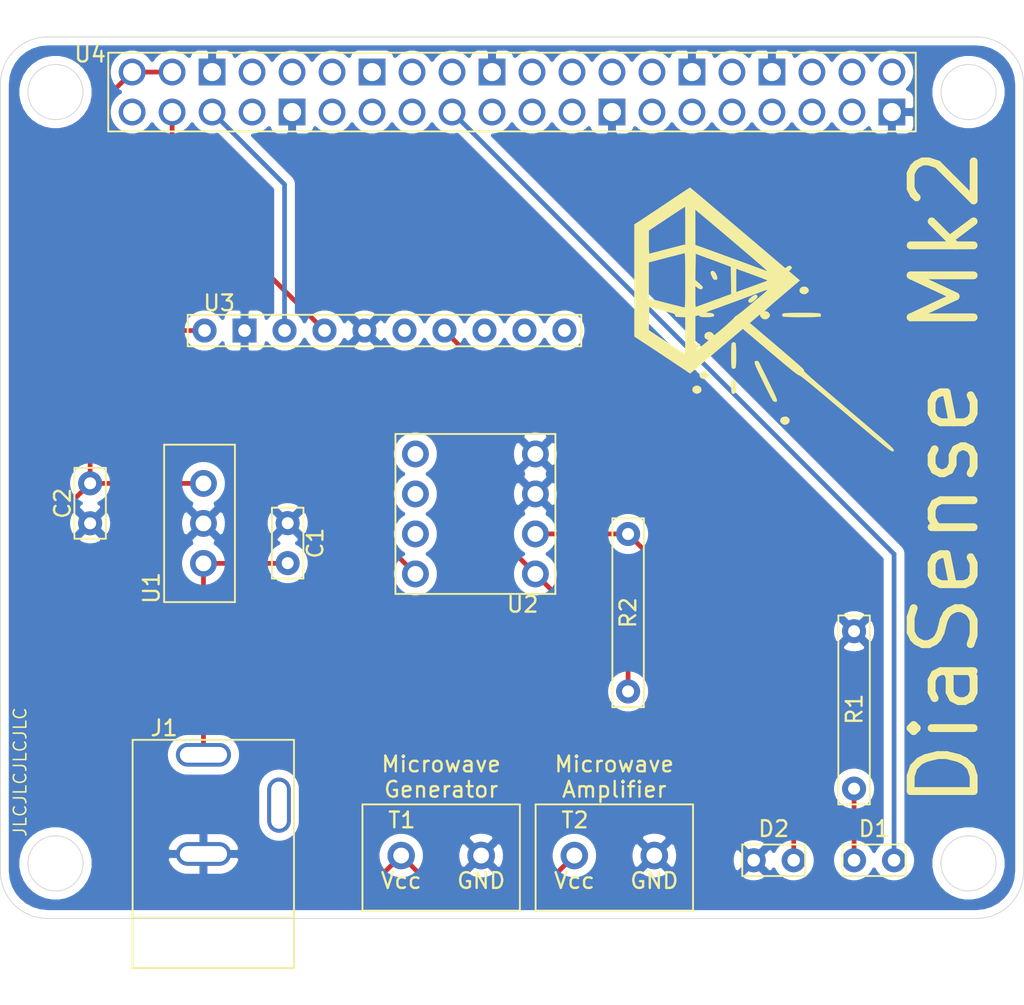
<source format=kicad_pcb>
(kicad_pcb (version 20171130) (host pcbnew "(5.1.6)-1")

  (general
    (thickness 1.6)
    (drawings 16)
    (tracks 39)
    (zones 0)
    (modules 14)
    (nets 41)
  )

  (page A4)
  (layers
    (0 F.Cu signal)
    (31 B.Cu signal)
    (32 B.Adhes user)
    (33 F.Adhes user)
    (34 B.Paste user)
    (35 F.Paste user)
    (36 B.SilkS user)
    (37 F.SilkS user)
    (38 B.Mask user)
    (39 F.Mask user)
    (40 Dwgs.User user)
    (41 Cmts.User user)
    (42 Eco1.User user)
    (43 Eco2.User user)
    (44 Edge.Cuts user)
    (45 Margin user)
    (46 B.CrtYd user)
    (47 F.CrtYd user)
    (48 B.Fab user)
    (49 F.Fab user)
  )

  (setup
    (last_trace_width 0.3)
    (user_trace_width 0.3)
    (trace_clearance 0.2)
    (zone_clearance 0.508)
    (zone_45_only no)
    (trace_min 0.2)
    (via_size 0.8)
    (via_drill 0.4)
    (via_min_size 0.4)
    (via_min_drill 0.3)
    (uvia_size 0.3)
    (uvia_drill 0.1)
    (uvias_allowed no)
    (uvia_min_size 0.2)
    (uvia_min_drill 0.1)
    (edge_width 0.05)
    (segment_width 0.2)
    (pcb_text_width 0.3)
    (pcb_text_size 1.5 1.5)
    (mod_edge_width 0.12)
    (mod_text_size 1 1)
    (mod_text_width 0.15)
    (pad_size 1.7 1.7)
    (pad_drill 1)
    (pad_to_mask_clearance 0.05)
    (aux_axis_origin 0 0)
    (visible_elements 7FFFFFFF)
    (pcbplotparams
      (layerselection 0x010fc_ffffffff)
      (usegerberextensions false)
      (usegerberattributes true)
      (usegerberadvancedattributes true)
      (creategerberjobfile true)
      (excludeedgelayer true)
      (linewidth 0.100000)
      (plotframeref false)
      (viasonmask false)
      (mode 1)
      (useauxorigin false)
      (hpglpennumber 1)
      (hpglpenspeed 20)
      (hpglpendiameter 15.000000)
      (psnegative false)
      (psa4output false)
      (plotreference true)
      (plotvalue true)
      (plotinvisibletext false)
      (padsonsilk false)
      (subtractmaskfromsilk false)
      (outputformat 1)
      (mirror false)
      (drillshape 0)
      (scaleselection 1)
      (outputdirectory "Gerber/"))
  )

  (net 0 "")
  (net 1 GND)
  (net 2 +5V)
  (net 3 /Diode_out)
  (net 4 "Net-(U3-Pad10)")
  (net 5 "Net-(U3-Pad9)")
  (net 6 "Net-(U3-Pad8)")
  (net 7 "Net-(U3-Pad6)")
  (net 8 /SDA)
  (net 9 /SCL)
  (net 10 "Net-(U4-Pad40)")
  (net 11 "Net-(U4-Pad38)")
  (net 12 "Net-(U4-Pad37)")
  (net 13 "Net-(U4-Pad36)")
  (net 14 "Net-(U4-Pad35)")
  (net 15 "Net-(U4-Pad33)")
  (net 16 "Net-(U4-Pad32)")
  (net 17 "Net-(U4-Pad31)")
  (net 18 "Net-(U4-Pad29)")
  (net 19 "Net-(U4-Pad28)")
  (net 20 "Net-(U4-Pad27)")
  (net 21 "Net-(U4-Pad26)")
  (net 22 "Net-(U4-Pad24)")
  (net 23 "Net-(U4-Pad23)")
  (net 24 "Net-(U4-Pad22)")
  (net 25 "Net-(U4-Pad21)")
  (net 26 "Net-(U4-Pad19)")
  (net 27 "Net-(U4-Pad18)")
  (net 28 +3V3)
  (net 29 "Net-(U4-Pad16)")
  (net 30 "Net-(U4-Pad15)")
  (net 31 "Net-(U4-Pad14)")
  (net 32 "Net-(U4-Pad13)")
  (net 33 "Net-(U4-Pad12)")
  (net 34 "Net-(U4-Pad11)")
  (net 35 "Net-(U4-Pad10)")
  (net 36 "Net-(U4-Pad8)")
  (net 37 "Net-(U4-Pad7)")
  (net 38 +12V)
  (net 39 "Net-(D1-Pad1)")
  (net 40 "Net-(D2-Pad2)")

  (net_class Default "This is the default net class."
    (clearance 0.2)
    (trace_width 0.25)
    (via_dia 0.8)
    (via_drill 0.4)
    (uvia_dia 0.3)
    (uvia_drill 0.1)
    (add_net +12V)
    (add_net +3V3)
    (add_net +5V)
    (add_net /Diode_out)
    (add_net /SCL)
    (add_net /SDA)
    (add_net GND)
    (add_net "Net-(D1-Pad1)")
    (add_net "Net-(D2-Pad2)")
    (add_net "Net-(U3-Pad10)")
    (add_net "Net-(U3-Pad6)")
    (add_net "Net-(U3-Pad8)")
    (add_net "Net-(U3-Pad9)")
    (add_net "Net-(U4-Pad10)")
    (add_net "Net-(U4-Pad11)")
    (add_net "Net-(U4-Pad12)")
    (add_net "Net-(U4-Pad13)")
    (add_net "Net-(U4-Pad14)")
    (add_net "Net-(U4-Pad15)")
    (add_net "Net-(U4-Pad16)")
    (add_net "Net-(U4-Pad18)")
    (add_net "Net-(U4-Pad19)")
    (add_net "Net-(U4-Pad21)")
    (add_net "Net-(U4-Pad22)")
    (add_net "Net-(U4-Pad23)")
    (add_net "Net-(U4-Pad24)")
    (add_net "Net-(U4-Pad26)")
    (add_net "Net-(U4-Pad27)")
    (add_net "Net-(U4-Pad28)")
    (add_net "Net-(U4-Pad29)")
    (add_net "Net-(U4-Pad31)")
    (add_net "Net-(U4-Pad32)")
    (add_net "Net-(U4-Pad33)")
    (add_net "Net-(U4-Pad35)")
    (add_net "Net-(U4-Pad36)")
    (add_net "Net-(U4-Pad37)")
    (add_net "Net-(U4-Pad38)")
    (add_net "Net-(U4-Pad40)")
    (add_net "Net-(U4-Pad7)")
    (add_net "Net-(U4-Pad8)")
  )

  (module Arduino:Wire_terminal (layer F.Cu) (tedit 5F8ECBA8) (tstamp 5F92FBF2)
    (at 128 96)
    (path /5F6ABE52)
    (fp_text reference T1 (at -2.5 -2.25) (layer F.SilkS)
      (effects (font (size 1 1) (thickness 0.15)))
    )
    (fp_text value Wire_terminal (at 0 4.8) (layer F.Fab)
      (effects (font (size 1 1) (thickness 0.15)))
    )
    (fp_text user GND (at 2.54 1.6) (layer F.SilkS)
      (effects (font (size 1 1) (thickness 0.15)))
    )
    (fp_text user Vcc (at -2.54 1.6) (layer F.SilkS)
      (effects (font (size 1 1) (thickness 0.15)))
    )
    (fp_line (start 5 -3.25) (end 5 3.5) (layer F.SilkS) (width 0.12))
    (fp_line (start -5 3.5) (end -5 -3.25) (layer F.SilkS) (width 0.12))
    (fp_line (start -5 3.5) (end 5 3.5) (layer F.SilkS) (width 0.12))
    (fp_line (start -5 -3.25) (end 5 -3.25) (layer F.SilkS) (width 0.12))
    (pad 2 thru_hole circle (at 2.54 0) (size 1.75 1.75) (drill 1) (layers *.Cu *.Mask)
      (net 1 GND))
    (pad 1 thru_hole circle (at -2.54 0) (size 1.74 1.74) (drill 1) (layers *.Cu *.Mask)
      (net 2 +5V))
  )

  (module Arduino:Wire_terminal (layer F.Cu) (tedit 5F8ECBA8) (tstamp 5F92F93C)
    (at 139 96)
    (path /5F92C7B1)
    (fp_text reference T2 (at -2.5 -2.25) (layer F.SilkS)
      (effects (font (size 1 1) (thickness 0.15)))
    )
    (fp_text value Wire_terminal (at 0 4.8) (layer F.Fab)
      (effects (font (size 1 1) (thickness 0.15)))
    )
    (fp_text user GND (at 2.54 1.6) (layer F.SilkS)
      (effects (font (size 1 1) (thickness 0.15)))
    )
    (fp_text user Vcc (at -2.54 1.6) (layer F.SilkS)
      (effects (font (size 1 1) (thickness 0.15)))
    )
    (fp_line (start 5 -3.25) (end 5 3.5) (layer F.SilkS) (width 0.12))
    (fp_line (start -5 3.5) (end -5 -3.25) (layer F.SilkS) (width 0.12))
    (fp_line (start -5 3.5) (end 5 3.5) (layer F.SilkS) (width 0.12))
    (fp_line (start -5 -3.25) (end 5 -3.25) (layer F.SilkS) (width 0.12))
    (pad 2 thru_hole circle (at 2.54 0) (size 1.75 1.75) (drill 1) (layers *.Cu *.Mask)
      (net 1 GND))
    (pad 1 thru_hole circle (at -2.54 0) (size 1.74 1.74) (drill 1) (layers *.Cu *.Mask)
      (net 2 +5V))
  )

  (module Arduino:R_standard (layer F.Cu) (tedit 5F183B9E) (tstamp 5F7E1275)
    (at 154.23 86.75 180)
    (path /5F7DCE46)
    (fp_text reference R1 (at -0.02 0.05 90) (layer F.SilkS)
      (effects (font (size 1 1) (thickness 0.15)))
    )
    (fp_text value 1R (at 2 0 90) (layer F.Fab)
      (effects (font (size 1 1) (thickness 0.15)))
    )
    (fp_line (start 1 6) (end 1 -6) (layer F.SilkS) (width 0.12))
    (fp_line (start 1 -6) (end -1 -6) (layer F.SilkS) (width 0.12))
    (fp_line (start -1 -6) (end -1 6) (layer F.SilkS) (width 0.12))
    (fp_line (start -1 6) (end 1 6) (layer F.SilkS) (width 0.12))
    (pad 2 thru_hole circle (at 0 5 180) (size 1.524 1.524) (drill 0.762) (layers *.Cu *.Mask)
      (net 1 GND))
    (pad 1 thru_hole circle (at 0 -5 180) (size 1.524 1.524) (drill 0.762) (layers *.Cu *.Mask)
      (net 39 "Net-(D1-Pad1)"))
  )

  (module Arduino:2_pin (layer F.Cu) (tedit 5F7DB6FD) (tstamp 5F7E124C)
    (at 155.5 96.3)
    (path /5F7DE5D0)
    (fp_text reference D1 (at 0 -2) (layer F.SilkS)
      (effects (font (size 1 1) (thickness 0.15)))
    )
    (fp_text value LED (at 0 2) (layer F.Fab)
      (effects (font (size 1 1) (thickness 0.15)))
    )
    (fp_line (start 2 -1) (end -2 -1) (layer F.SilkS) (width 0.12))
    (fp_line (start 2 1) (end 2 -1) (layer F.SilkS) (width 0.12))
    (fp_line (start -2 1) (end 2 1) (layer F.SilkS) (width 0.12))
    (fp_line (start -2 -1) (end -2 1) (layer F.SilkS) (width 0.12))
    (pad 1 thru_hole circle (at -1.27 0) (size 1.524 1.524) (drill 0.8) (layers *.Cu *.Mask)
      (net 39 "Net-(D1-Pad1)"))
    (pad 2 thru_hole circle (at 1.27 0) (size 1.524 1.524) (drill 0.8) (layers *.Cu *.Mask)
      (net 28 +3V3))
  )

  (module Arduino:DC_jack_2.5A (layer F.Cu) (tedit 5F7B4948) (tstamp 5F7BA4E7)
    (at 112.9 95.9)
    (path /5F671327)
    (fp_text reference J1 (at -2.5 -8) (layer F.SilkS)
      (effects (font (size 1 1) (thickness 0.15)))
    )
    (fp_text value Jack-DC (at 0 8.75) (layer F.Fab)
      (effects (font (size 1 1) (thickness 0.15)))
    )
    (fp_line (start 5.75 -7.25) (end 5.75 7.25) (layer F.SilkS) (width 0.12))
    (fp_line (start -4.5 -7.25) (end -4.5 7.25) (layer F.SilkS) (width 0.12))
    (fp_line (start -4.5 -7.25) (end 5.75 -7.25) (layer F.SilkS) (width 0.12))
    (fp_line (start -4.5 7.25) (end 5.75 7.25) (layer F.SilkS) (width 0.12))
    (fp_line (start -4.5 4.05) (end 5.75 4.05) (layer F.SilkS) (width 0.12))
    (pad 3 thru_hole oval (at 4.8 -3.1 180) (size 1.5 3.5) (drill oval 1 3) (layers *.Cu *.Mask))
    (pad 2 thru_hole oval (at 0 0) (size 3.5 1.5) (drill oval 3 1) (layers *.Cu *.Mask)
      (net 1 GND))
    (pad 1 thru_hole oval (at 0 -6.3) (size 3.5 1.5) (drill oval 3 1) (layers *.Cu *.Mask)
      (net 38 +12V))
  )

  (module Logo:DiaSense_logo (layer F.Cu) (tedit 0) (tstamp 5F7E1604)
    (at 148.5 62 90)
    (fp_text reference G*** (at 0 -9.5 90) (layer F.SilkS) hide
      (effects (font (size 1.524 1.524) (thickness 0.3)))
    )
    (fp_text value LOGO (at 0 5 90) (layer F.SilkS) hide
      (effects (font (size 1.524 1.524) (thickness 0.3)))
    )
    (fp_poly (pts (xy 6.333729 -7.857626) (xy 6.410559 -7.73977) (xy 6.499807 -7.60381) (xy 6.604901 -7.444596)
      (xy 6.729269 -7.25698) (xy 6.876336 -7.035812) (xy 7.04953 -6.775943) (xy 7.252278 -6.472222)
      (xy 7.488007 -6.119502) (xy 7.760143 -5.712631) (xy 7.956676 -5.418933) (xy 8.093179 -5.21426)
      (xy 8.2144 -5.031132) (xy 8.314415 -4.878613) (xy 8.387298 -4.765769) (xy 8.427122 -4.701665)
      (xy 8.4328 -4.690571) (xy 8.409341 -4.66065) (xy 8.341035 -4.577998) (xy 8.230989 -4.446295)
      (xy 8.082309 -4.26922) (xy 7.898101 -4.050452) (xy 7.681472 -3.793672) (xy 7.435528 -3.502558)
      (xy 7.163377 -3.18079) (xy 6.868124 -2.832047) (xy 6.552876 -2.46001) (xy 6.220739 -2.068357)
      (xy 5.87482 -1.660767) (xy 5.872634 -1.658192) (xy 3.312467 1.357238) (xy 3.401712 1.48231)
      (xy 3.456616 1.567786) (xy 3.46979 1.625659) (xy 3.447209 1.685026) (xy 3.44438 1.690103)
      (xy 3.388739 1.766513) (xy 3.33212 1.77933) (xy 3.256891 1.729098) (xy 3.22313 1.696951)
      (xy 3.1188 1.593427) (xy 2.826835 1.941623) (xy 2.534869 2.28982) (xy 1.555301 1.135184)
      (xy 1.297738 0.832752) (xy 1.084348 0.584879) (xy 0.912362 0.388543) (xy 0.779009 0.240724)
      (xy 0.68152 0.1384) (xy 0.617125 0.078551) (xy 0.583054 0.058156) (xy 0.575734 0.066882)
      (xy 0.556043 0.207038) (xy 0.488289 0.304076) (xy 0.432685 0.344089) (xy 0.345508 0.382915)
      (xy 0.266714 0.372371) (xy 0.232295 0.357103) (xy 0.126199 0.270884) (xy 0.072344 0.15427)
      (xy 0.069579 0.026013) (xy 0.116753 -0.095132) (xy 0.212714 -0.190413) (xy 0.267615 -0.218336)
      (xy 0.373471 -0.260366) (xy 0.101745 -0.578918) (xy -0.16998 -0.897469) (xy -1.600523 0.785141)
      (xy -1.85982 1.089422) (xy -2.106439 1.377468) (xy -2.335953 1.644197) (xy -2.543933 1.884525)
      (xy -2.72595 2.09337) (xy -2.877576 2.26565) (xy -2.994382 2.396282) (xy -3.07194 2.480183)
      (xy -3.10504 2.511863) (xy -3.189191 2.547217) (xy -3.240596 2.555975) (xy -3.273817 2.583902)
      (xy -3.352186 2.665785) (xy -3.473229 2.798781) (xy -3.634473 2.980045) (xy -3.833445 3.206732)
      (xy -4.067671 3.475999) (xy -4.334678 3.785001) (xy -4.631994 4.130894) (xy -4.957144 4.510833)
      (xy -5.307656 4.921973) (xy -5.681057 5.361472) (xy -5.723466 5.411478) (xy -6.124189 5.883865)
      (xy -6.479942 6.302665) (xy -6.793516 6.670929) (xy -7.067699 6.991711) (xy -7.305281 7.268062)
      (xy -7.509052 7.503036) (xy -7.681801 7.699684) (xy -7.826317 7.86106) (xy -7.945389 7.990214)
      (xy -8.041807 8.0902) (xy -8.118361 8.16407) (xy -8.17784 8.214876) (xy -8.223033 8.245671)
      (xy -8.256729 8.259507) (xy -8.281719 8.259436) (xy -8.300791 8.248512) (xy -8.308622 8.240357)
      (xy -8.321368 8.220038) (xy -8.326145 8.194311) (xy -8.320366 8.159887) (xy -8.301441 8.113477)
      (xy -8.266782 8.051791) (xy -8.213801 7.971539) (xy -8.13991 7.869433) (xy -8.042519 7.742182)
      (xy -7.919042 7.586499) (xy -7.766888 7.399092) (xy -7.583471 7.176673) (xy -7.3662 6.915953)
      (xy -7.112489 6.613641) (xy -6.819749 6.266449) (xy -6.48539 5.871088) (xy -6.106825 5.424267)
      (xy -5.909733 5.191824) (xy -5.49848 4.706506) (xy -5.133141 4.274495) (xy -4.811421 3.892991)
      (xy -4.531025 3.559195) (xy -4.289658 3.270306) (xy -4.085026 3.023525) (xy -3.914834 2.816052)
      (xy -3.776786 2.645088) (xy -3.668588 2.507832) (xy -3.587945 2.401485) (xy -3.532562 2.323247)
      (xy -3.500144 2.270319) (xy -3.488396 2.2399) (xy -3.488266 2.23764) (xy -3.478218 2.204477)
      (xy -3.446137 2.148364) (xy -3.389126 2.065684) (xy -3.304285 1.952819) (xy -3.188712 1.806153)
      (xy -3.03951 1.622066) (xy -2.853777 1.396943) (xy -2.628614 1.127165) (xy -2.361121 0.809115)
      (xy -2.048399 0.439176) (xy -2.015247 0.400038) (xy -0.542227 -1.338674) (xy -1.961207 -3.011644)
      (xy -3.099604 -4.353809) (xy -1.946936 -4.353809) (xy -1.923606 -4.311482) (xy -1.864891 -4.229544)
      (xy -1.773544 -4.112641) (xy -1.652319 -3.965419) (xy -1.611357 -3.916998) (xy -1.260668 -3.504857)
      (xy -1.214534 -3.618056) (xy -1.139218 -3.725871) (xy -1.037387 -3.775178) (xy -0.926871 -3.767847)
      (xy -0.825495 -3.705749) (xy -0.751087 -3.590754) (xy -0.743205 -3.568597) (xy -0.734179 -3.43884)
      (xy -0.777969 -3.31183) (xy -0.8636 -3.218621) (xy -0.923328 -3.179551) (xy -0.946645 -3.1636)
      (xy -0.931611 -3.131737) (xy -0.875105 -3.054991) (xy -0.785324 -2.942786) (xy -0.670461 -2.80455)
      (xy -0.538713 -2.649708) (xy -0.398274 -2.487686) (xy -0.257341 -2.32791) (xy -0.124107 -2.179806)
      (xy -0.006768 -2.052801) (xy 0.08648 -1.956319) (xy 0.147442 -1.899788) (xy 0.159622 -1.891192)
      (xy 0.239678 -1.825906) (xy 0.288479 -1.749917) (xy 0.290398 -1.743394) (xy 0.31763 -1.69893)
      (xy 0.385599 -1.607188) (xy 0.487593 -1.47625) (xy 0.616905 -1.314198) (xy 0.766825 -1.129114)
      (xy 0.930643 -0.929079) (xy 1.101651 -0.722175) (xy 1.273139 -0.516485) (xy 1.438397 -0.320088)
      (xy 1.590717 -0.141069) (xy 1.72339 0.012493) (xy 1.829706 0.132515) (xy 1.902955 0.210915)
      (xy 1.93643 0.239611) (xy 1.936646 0.239623) (xy 1.935689 0.206014) (xy 1.911587 0.116328)
      (xy 1.86909 -0.012731) (xy 1.848643 -0.06989) (xy 1.802168 -0.196109) (xy 1.733804 -0.380421)
      (xy 1.649114 -0.6079) (xy 1.553658 -0.863617) (xy 1.452998 -1.132646) (xy 1.398517 -1.277987)
      (xy 1.281928 -1.59038) (xy 1.220137 -1.757233) (xy 1.79661 -1.757233) (xy 1.826152 -1.667374)
      (xy 1.848202 -1.604401) (xy 1.892631 -1.480689) (xy 1.954891 -1.308786) (xy 2.030435 -1.101244)
      (xy 2.114712 -0.870614) (xy 2.133722 -0.818711) (xy 2.221185 -0.579662) (xy 2.302709 -0.356218)
      (xy 2.37326 -0.162221) (xy 2.427808 -0.011508) (xy 2.461321 0.082079) (xy 2.46454 0.091244)
      (xy 2.502066 0.177419) (xy 2.533507 0.214035) (xy 2.541391 0.211055) (xy 2.546955 0.199686)
      (xy 3.123309 0.199686) (xy 3.128346 0.206296) (xy 3.15828 0.18204) (xy 3.215293 0.12442)
      (xy 3.301569 0.030938) (xy 3.419292 -0.100903) (xy 3.570644 -0.273603) (xy 3.757808 -0.489658)
      (xy 3.982969 -0.751567) (xy 4.248309 -1.061828) (xy 4.556011 -1.422938) (xy 4.908259 -1.837397)
      (xy 5.060338 -2.016576) (xy 5.315279 -2.317301) (xy 5.566948 -2.614648) (xy 5.80909 -2.901192)
      (xy 6.035447 -3.169508) (xy 6.239762 -3.412172) (xy 6.415779 -3.621759) (xy 6.55724 -3.790845)
      (xy 6.657889 -3.912004) (xy 6.668511 -3.924893) (xy 7.020888 -4.353144) (xy 4.785475 -4.353144)
      (xy 4.733258 -4.20338) (xy 4.686954 -4.07256) (xy 4.617511 -3.879019) (xy 4.528774 -3.633298)
      (xy 4.424588 -3.345936) (xy 4.308797 -3.027476) (xy 4.185247 -2.688457) (xy 4.057782 -2.339421)
      (xy 3.930249 -1.990908) (xy 3.806491 -1.65346) (xy 3.690353 -1.337616) (xy 3.585681 -1.053917)
      (xy 3.505905 -0.838679) (xy 3.408346 -0.575901) (xy 3.319259 -0.33531) (xy 3.242419 -0.127158)
      (xy 3.181606 0.038305) (xy 3.140594 0.150827) (xy 3.123309 0.199686) (xy 2.546955 0.199686)
      (xy 2.565049 0.16272) (xy 2.608377 0.059323) (xy 2.663913 -0.08101) (xy 2.694072 -0.159748)
      (xy 2.753009 -0.31705) (xy 2.830234 -0.52569) (xy 2.917581 -0.763476) (xy 3.006884 -1.008215)
      (xy 3.050429 -1.128223) (xy 3.278167 -1.757233) (xy 1.79661 -1.757233) (xy 1.220137 -1.757233)
      (xy 1.153557 -1.937015) (xy 1.022854 -2.292199) (xy 0.899266 -2.630243) (xy 0.792244 -2.925454)
      (xy 0.776256 -2.969868) (xy 0.682659 -3.228835) (xy 0.611647 -3.42091) (xy 0.560016 -3.553059)
      (xy 0.524561 -3.632249) (xy 0.50208 -3.665446) (xy 0.489368 -3.659617) (xy 0.483221 -3.621727)
      (xy 0.482379 -3.608861) (xy 0.467069 -3.412926) (xy 0.445197 -3.283735) (xy 0.413385 -3.208244)
      (xy 0.369732 -3.173951) (xy 0.30103 -3.16255) (xy 0.253275 -3.194446) (xy 0.223219 -3.278676)
      (xy 0.207611 -3.424273) (xy 0.2032 -3.636902) (xy 0.204635 -3.820431) (xy 0.210672 -3.941023)
      (xy 0.223907 -4.015577) (xy 0.246935 -4.060996) (xy 0.272206 -4.086116) (xy 0.318231 -4.137896)
      (xy 0.317342 -4.199803) (xy 0.300637 -4.248129) (xy 0.267008 -4.335167) (xy 0.846667 -4.335167)
      (xy 0.859616 -4.29451) (xy 0.896114 -4.190334) (xy 0.952635 -4.032335) (xy 1.025653 -3.830208)
      (xy 1.111643 -3.59365) (xy 1.207078 -3.332358) (xy 1.308434 -3.056027) (xy 1.412184 -2.774354)
      (xy 1.514802 -2.497034) (xy 1.526521 -2.465456) (xy 1.671322 -2.075409) (xy 2.534971 -2.086054)
      (xy 3.398621 -2.096698) (xy 3.549397 -2.496069) (xy 3.61319 -2.665995) (xy 3.696092 -2.88822)
      (xy 3.790295 -3.141744) (xy 3.887996 -3.405566) (xy 3.965043 -3.614308) (xy 4.229914 -4.333176)
      (xy 2.55998 -4.354576) (xy 2.354346 -4.114237) (xy 2.233889 -3.980828) (xy 2.145874 -3.904195)
      (xy 2.080322 -3.878847) (xy 2.027255 -3.899287) (xy 2.004907 -3.921824) (xy 1.96948 -3.988519)
      (xy 1.979395 -4.065389) (xy 2.038298 -4.168844) (xy 2.069375 -4.211975) (xy 2.174483 -4.353144)
      (xy 1.510575 -4.353144) (xy 1.306869 -4.352274) (xy 1.128455 -4.349846) (xy 0.985573 -4.346139)
      (xy 0.888464 -4.34143) (xy 0.847368 -4.335996) (xy 0.846667 -4.335167) (xy 0.267008 -4.335167)
      (xy 0.260061 -4.353144) (xy -0.632256 -4.353144) (xy -0.900642 -4.353003) (xy -1.108546 -4.352124)
      (xy -1.263219 -4.349824) (xy -1.371912 -4.345422) (xy -1.441876 -4.338234) (xy -1.480363 -4.327578)
      (xy -1.494622 -4.31277) (xy -1.491906 -4.29313) (xy -1.482201 -4.273132) (xy -1.457619 -4.185486)
      (xy -1.477077 -4.123368) (xy -1.53249 -4.05734) (xy -1.601546 -4.053057) (xy -1.692619 -4.112564)
      (xy -1.77709 -4.196671) (xy -1.876431 -4.301049) (xy -1.932129 -4.35188) (xy -1.946936 -4.353809)
      (xy -3.099604 -4.353809) (xy -3.380188 -4.684615) (xy -3.151708 -5.024561) (xy -2.112728 -5.024561)
      (xy -2.076034 -5.01689) (xy -1.97955 -5.009866) (xy -1.831216 -5.003711) (xy -1.638976 -4.998646)
      (xy -1.41077 -4.994891) (xy -1.15454 -4.992668) (xy -0.947692 -4.992138) (xy 0.200351 -4.992138)
      (xy 0.201752 -5.035946) (xy 0.8128 -5.035946) (xy 0.836161 -5.025182) (xy 0.908053 -5.016066)
      (xy 1.031195 -5.008531) (xy 1.208303 -5.002506) (xy 1.442094 -4.997924) (xy 1.735286 -4.994715)
      (xy 2.090596 -4.99281) (xy 2.51074 -4.992141) (xy 2.54 -4.992138) (xy 2.874872 -4.992707)
      (xy 3.188342 -4.994341) (xy 3.47406 -4.996928) (xy 3.725679 -5.000361) (xy 3.936849 -5.004527)
      (xy 4.101222 -5.009317) (xy 4.21245 -5.014622) (xy 4.264182 -5.02033) (xy 4.267152 -5.022091)
      (xy 4.257609 -5.067499) (xy 4.230855 -5.178381) (xy 4.189661 -5.343891) (xy 4.136795 -5.553183)
      (xy 4.075026 -5.795411) (xy 4.007125 -6.059729) (xy 3.935859 -6.335291) (xy 3.864 -6.61125)
      (xy 3.794315 -6.876762) (xy 3.772586 -6.959041) (xy 3.688102 -7.278389) (xy 4.233334 -7.278389)
      (xy 4.243017 -7.233562) (xy 4.270276 -7.123006) (xy 4.312424 -6.957206) (xy 4.366777 -6.746651)
      (xy 4.430646 -6.501825) (xy 4.491635 -6.269977) (xy 4.563817 -5.995738) (xy 4.630919 -5.739187)
      (xy 4.689776 -5.512557) (xy 4.737221 -5.32808) (xy 4.770088 -5.197989) (xy 4.783622 -5.141902)
      (xy 4.817306 -4.992138) (xy 6.015453 -4.992138) (xy 6.292717 -4.992645) (xy 6.547306 -4.994087)
      (xy 6.771598 -4.996345) (xy 6.957969 -4.999302) (xy 7.098797 -5.002837) (xy 7.186458 -5.006833)
      (xy 7.2136 -5.010774) (xy 7.193725 -5.046586) (xy 7.138427 -5.13505) (xy 7.054197 -5.266071)
      (xy 6.947524 -5.429557) (xy 6.824899 -5.615412) (xy 6.821979 -5.619815) (xy 6.662427 -5.860439)
      (xy 6.483524 -6.130384) (xy 6.302796 -6.403199) (xy 6.137768 -6.65243) (xy 6.068445 -6.757174)
      (xy 5.706533 -7.304128) (xy 4.969933 -7.306309) (xy 4.75479 -7.305629) (xy 4.56442 -7.302504)
      (xy 4.408543 -7.297304) (xy 4.296881 -7.290397) (xy 4.239156 -7.282152) (xy 4.233334 -7.278389)
      (xy 3.688102 -7.278389) (xy 3.680138 -7.30849) (xy 1.391446 -7.30849) (xy 1.256914 -6.799292)
      (xy 1.165718 -6.452297) (xy 1.080481 -6.124484) (xy 1.003332 -5.824309) (xy 0.936404 -5.56023)
      (xy 0.881825 -5.340706) (xy 0.841726 -5.174194) (xy 0.818236 -5.069151) (xy 0.8128 -5.035946)
      (xy 0.201752 -5.035946) (xy 0.210242 -5.301372) (xy 0.216167 -5.45686) (xy 0.225535 -5.550174)
      (xy 0.244206 -5.598964) (xy 0.278038 -5.620879) (xy 0.319617 -5.630853) (xy 0.353022 -5.639867)
      (xy 0.381117 -5.658264) (xy 0.40751 -5.695832) (xy 0.435811 -5.762357) (xy 0.46963 -5.867626)
      (xy 0.512574 -6.021425) (xy 0.568254 -6.233541) (xy 0.629012 -6.469811) (xy 0.838922 -7.288522)
      (xy -0.622906 -7.310092) (xy -0.70069 -7.199464) (xy -0.747033 -7.131648) (xy -0.826244 -7.013717)
      (xy -0.929659 -6.858654) (xy -1.048612 -6.679441) (xy -1.14277 -6.537056) (xy -1.293366 -6.309447)
      (xy -1.459495 -6.059166) (xy -1.624286 -5.811586) (xy -1.770863 -5.592078) (xy -1.818394 -5.52113)
      (xy -1.926518 -5.356242) (xy -2.015997 -5.212684) (xy -2.079873 -5.102196) (xy -2.111186 -5.036517)
      (xy -2.112728 -5.024561) (xy -3.151708 -5.024561) (xy -3.137894 -5.045114) (xy -2.923722 -5.364465)
      (xy -2.690882 -5.712869) (xy -2.448314 -6.076864) (xy -2.204955 -6.442989) (xy -1.969743 -6.797782)
      (xy -1.751618 -7.127783) (xy -1.559516 -7.419531) (xy -1.430082 -7.617102) (xy -1.032933 -8.225241)
      (xy 2.530465 -8.226142) (xy 6.093863 -8.227044) (xy 6.333729 -7.857626)) (layer F.SilkS) (width 0.01))
    (fp_poly (pts (xy 0.398317 1.182284) (xy 0.439075 1.235425) (xy 0.450153 1.300654) (xy 0.459358 1.439545)
      (xy 0.466504 1.645908) (xy 0.471403 1.913557) (xy 0.473868 2.236302) (xy 0.474134 2.396227)
      (xy 0.472813 2.741528) (xy 0.468975 3.034491) (xy 0.462808 3.268925) (xy 0.454497 3.438644)
      (xy 0.444231 3.537459) (xy 0.439075 3.557028) (xy 0.375834 3.62192) (xy 0.280172 3.62153)
      (xy 0.245534 3.607827) (xy 0.232837 3.563397) (xy 0.22219 3.45123) (xy 0.213602 3.283425)
      (xy 0.207082 3.072085) (xy 0.202637 2.82931) (xy 0.200277 2.567199) (xy 0.200009 2.297855)
      (xy 0.201843 2.033377) (xy 0.205787 1.785866) (xy 0.21185 1.567424) (xy 0.220039 1.390149)
      (xy 0.230364 1.266144) (xy 0.242833 1.207508) (xy 0.24384 1.206101) (xy 0.320723 1.160969)
      (xy 0.398317 1.182284)) (layer F.SilkS) (width 0.01))
    (fp_poly (pts (xy 2.016211 2.301323) (xy 2.097509 2.385833) (xy 2.141507 2.50759) (xy 2.144889 2.555975)
      (xy 2.117663 2.686363) (xy 2.047671 2.787906) (xy 1.952448 2.846229) (xy 1.849525 2.846956)
      (xy 1.811867 2.829029) (xy 1.708593 2.725618) (xy 1.661531 2.594094) (xy 1.674074 2.452369)
      (xy 1.721923 2.354058) (xy 1.811078 2.277158) (xy 1.914954 2.262339) (xy 2.016211 2.301323)) (layer F.SilkS) (width 0.01))
    (fp_poly (pts (xy -6.267276 1.058119) (xy -6.185767 1.127119) (xy -6.144829 1.202608) (xy -6.112488 1.343738)
      (xy -6.134615 1.468351) (xy -6.198121 1.565692) (xy -6.289918 1.625007) (xy -6.396916 1.635543)
      (xy -6.506026 1.586547) (xy -6.554739 1.539394) (xy -6.612494 1.442061) (xy -6.637818 1.341512)
      (xy -6.637867 1.337893) (xy -6.609024 1.224428) (xy -6.537224 1.120109) (xy -6.444557 1.051435)
      (xy -6.388176 1.038365) (xy -6.267276 1.058119)) (layer F.SilkS) (width 0.01))
    (fp_poly (pts (xy -2.630652 -0.580907) (xy -2.603816 -0.561506) (xy -2.589195 -0.529037) (xy -2.581769 -0.485295)
      (xy -2.580011 -0.468367) (xy -2.582075 -0.392097) (xy -2.61796 -0.341453) (xy -2.698544 -0.29535)
      (xy -2.759986 -0.265368) (xy -2.875623 -0.208574) (xy -3.037186 -0.129042) (xy -3.236407 -0.030848)
      (xy -3.465015 0.081934) (xy -3.714744 0.205228) (xy -3.912276 0.302813) (xy -4.220234 0.454373)
      (xy -4.471976 0.576576) (xy -4.673428 0.671843) (xy -4.830516 0.742594) (xy -4.949165 0.79125)
      (xy -5.035303 0.820232) (xy -5.094855 0.831959) (xy -5.133747 0.828854) (xy -5.157906 0.813335)
      (xy -5.159022 0.812055) (xy -5.181461 0.736349) (xy -5.158896 0.643683) (xy -5.122333 0.590689)
      (xy -5.075866 0.559237) (xy -4.975809 0.502189) (xy -4.831215 0.424342) (xy -4.651132 0.330491)
      (xy -4.444611 0.225432) (xy -4.250266 0.128544) (xy -3.887567 -0.050398) (xy -3.582267 -0.200125)
      (xy -3.329347 -0.322432) (xy -3.123787 -0.419111) (xy -2.960565 -0.491958) (xy -2.834661 -0.542767)
      (xy -2.741054 -0.573332) (xy -2.674725 -0.585448) (xy -2.630652 -0.580907)) (layer F.SilkS) (width 0.01))
    (fp_poly (pts (xy -4.17773 -2.06805) (xy -4.007622 -2.062715) (xy -3.893545 -2.056016) (xy -3.823814 -2.044872)
      (xy -3.786743 -2.026206) (xy -3.770645 -1.996938) (xy -3.76445 -1.959156) (xy -3.767014 -1.877704)
      (xy -3.802883 -1.82044) (xy -3.880293 -1.783718) (xy -4.007484 -1.763889) (xy -4.192691 -1.757306)
      (xy -4.220454 -1.757233) (xy -4.390511 -1.760142) (xy -4.505455 -1.770176) (xy -4.577764 -1.789291)
      (xy -4.619917 -1.819448) (xy -4.620381 -1.819991) (xy -4.663511 -1.892548) (xy -4.6736 -1.934912)
      (xy -4.661808 -1.993333) (xy -4.620474 -2.033587) (xy -4.540658 -2.058073) (xy -4.413421 -2.069191)
      (xy -4.229824 -2.069341) (xy -4.17773 -2.06805)) (layer F.SilkS) (width 0.01))
    (fp_poly (pts (xy -1.960972 -2.07687) (xy -1.775607 -2.070947) (xy -1.618433 -2.061827) (xy -1.501433 -2.04951)
      (xy -1.436591 -2.033996) (xy -1.429173 -2.028805) (xy -1.390901 -1.938141) (xy -1.408977 -1.846639)
      (xy -1.45404 -1.798575) (xy -1.509669 -1.784846) (xy -1.620171 -1.773988) (xy -1.773068 -1.765986)
      (xy -1.955887 -1.760826) (xy -2.15615 -1.758494) (xy -2.361382 -1.758975) (xy -2.559109 -1.762256)
      (xy -2.736853 -1.768321) (xy -2.882139 -1.777157) (xy -2.982492 -1.788749) (xy -3.0226 -1.800369)
      (xy -3.074015 -1.874619) (xy -3.073036 -1.969646) (xy -3.041227 -2.028805) (xy -2.994072 -2.045263)
      (xy -2.891222 -2.058524) (xy -2.744661 -2.068588) (xy -2.566371 -2.075454) (xy -2.368337 -2.079123)
      (xy -2.162543 -2.079595) (xy -1.960972 -2.07687)) (layer F.SilkS) (width 0.01))
    (fp_poly (pts (xy -3.377312 -4.055365) (xy -3.291808 -3.973596) (xy -3.242966 -3.860828) (xy -3.234914 -3.736301)
      (xy -3.271781 -3.619254) (xy -3.357696 -3.528926) (xy -3.373616 -3.519646) (xy -3.473777 -3.479862)
      (xy -3.553613 -3.493861) (xy -3.636099 -3.557301) (xy -3.706386 -3.664422) (xy -3.726854 -3.791517)
      (xy -3.703153 -3.917329) (xy -3.640933 -4.020601) (xy -3.545843 -4.080078) (xy -3.495349 -4.086897)
      (xy -3.377312 -4.055365)) (layer F.SilkS) (width 0.01))
    (fp_poly (pts (xy -4.350879 -4.535259) (xy -4.256145 -4.48734) (xy -4.184057 -4.402806) (xy -4.149045 -4.289156)
      (xy -4.16554 -4.153892) (xy -4.168221 -4.145998) (xy -4.24264 -4.025009) (xy -4.351835 -3.96658)
      (xy -4.483271 -3.97611) (xy -4.52428 -3.992605) (xy -4.587213 -4.052338) (xy -4.637015 -4.145721)
      (xy -4.661099 -4.24784) (xy -4.644625 -4.339904) (xy -4.62665 -4.384301) (xy -4.550563 -4.491241)
      (xy -4.453829 -4.539059) (xy -4.350879 -4.535259)) (layer F.SilkS) (width 0.01))
    (fp_poly (pts (xy 1.284613 -0.980676) (xy 1.372257 -0.911233) (xy 1.46893 -0.803854) (xy 1.571869 -0.660277)
      (xy 1.620336 -0.544016) (xy 1.613638 -0.460052) (xy 1.551082 -0.413363) (xy 1.524 -0.407721)
      (xy 1.459223 -0.418591) (xy 1.382319 -0.475078) (xy 1.279979 -0.587) (xy 1.278467 -0.588809)
      (xy 1.17793 -0.720083) (xy 1.128239 -0.817104) (xy 1.125265 -0.892287) (xy 1.15824 -0.950503)
      (xy 1.216536 -0.992227) (xy 1.284613 -0.980676)) (layer F.SilkS) (width 0.01))
    (fp_poly (pts (xy 3.074593 -3.373095) (xy 3.111962 -3.340107) (xy 3.141858 -3.249572) (xy 3.105767 -3.160349)
      (xy 3.005417 -3.075471) (xy 2.940906 -3.040065) (xy 2.786043 -2.976955) (xy 2.669179 -2.956187)
      (xy 2.598944 -2.979215) (xy 2.596445 -2.98197) (xy 2.578491 -3.039251) (xy 2.573867 -3.099913)
      (xy 2.589941 -3.16583) (xy 2.64718 -3.223645) (xy 2.734734 -3.275586) (xy 2.89132 -3.349894)
      (xy 3.001307 -3.381833) (xy 3.074593 -3.373095)) (layer F.SilkS) (width 0.01))
  )

  (module Arduino:Ceramic_capacitor (layer F.Cu) (tedit 5F699A5E) (tstamp 5F69F73D)
    (at 105.7 73.625 90)
    (path /5F6A15CA)
    (fp_text reference C2 (at 0 -1.75 90) (layer F.SilkS)
      (effects (font (size 1 1) (thickness 0.15)))
    )
    (fp_text value 101_pF (at 0 1.75 90) (layer F.Fab)
      (effects (font (size 1 1) (thickness 0.15)))
    )
    (fp_line (start -2.25 -1) (end -2.25 -0.75) (layer F.SilkS) (width 0.12))
    (fp_line (start 2.25 -1) (end -2.25 -1) (layer F.SilkS) (width 0.12))
    (fp_line (start 2.25 1) (end 2.25 -1) (layer F.SilkS) (width 0.12))
    (fp_line (start -2.25 1) (end 2.25 1) (layer F.SilkS) (width 0.12))
    (fp_line (start -2.25 -0.75) (end -2.25 1) (layer F.SilkS) (width 0.12))
    (pad 2 thru_hole circle (at 1.27 0 90) (size 1.524 1.524) (drill 0.762) (layers *.Cu *.Mask)
      (net 2 +5V))
    (pad 1 thru_hole circle (at -1.27 0 90) (size 1.524 1.524) (drill 0.762) (layers *.Cu *.Mask)
      (net 1 GND))
  )

  (module Arduino:Ceramic_capacitor (layer F.Cu) (tedit 5F699A5E) (tstamp 5F69F732)
    (at 118.25 76.155 270)
    (path /5F69E408)
    (fp_text reference C1 (at 0 -1.75 90) (layer F.SilkS)
      (effects (font (size 1 1) (thickness 0.15)))
    )
    (fp_text value 221_pF (at 0 1.75 90) (layer F.Fab)
      (effects (font (size 1 1) (thickness 0.15)))
    )
    (fp_line (start -2.25 -1) (end -2.25 -0.75) (layer F.SilkS) (width 0.12))
    (fp_line (start 2.25 -1) (end -2.25 -1) (layer F.SilkS) (width 0.12))
    (fp_line (start 2.25 1) (end 2.25 -1) (layer F.SilkS) (width 0.12))
    (fp_line (start -2.25 1) (end 2.25 1) (layer F.SilkS) (width 0.12))
    (fp_line (start -2.25 -0.75) (end -2.25 1) (layer F.SilkS) (width 0.12))
    (pad 2 thru_hole circle (at 1.27 0 270) (size 1.524 1.524) (drill 0.762) (layers *.Cu *.Mask)
      (net 38 +12V))
    (pad 1 thru_hole circle (at -1.27 0 270) (size 1.524 1.524) (drill 0.762) (layers *.Cu *.Mask)
      (net 1 GND))
  )

  (module Arduino:20_pin_connector (layer F.Cu) (tedit 5F67057A) (tstamp 5F6945D1)
    (at 132.5 47.5 90)
    (path /5F69E030)
    (fp_text reference U4 (at 2.4 -26.8) (layer F.SilkS)
      (effects (font (size 1 1) (thickness 0.15)))
    )
    (fp_text value Raspberry_Pi (at 5 0) (layer F.Fab)
      (effects (font (size 1 1) (thickness 0.15)))
    )
    (fp_line (start -2.5 -25.65) (end -2.5 25.65) (layer F.SilkS) (width 0.12))
    (fp_line (start -2.5 25.65) (end 2.5 25.65) (layer F.SilkS) (width 0.12))
    (fp_line (start 2.5 -25.65) (end 2.5 25.65) (layer F.SilkS) (width 0.12))
    (fp_line (start -2.5 -25.65) (end 2.5 -25.65) (layer F.SilkS) (width 0.12))
    (pad 40 thru_hole circle (at 1.27 24.13 90) (size 1.7 1.7) (drill 1.15) (layers *.Cu *.Mask)
      (net 10 "Net-(U4-Pad40)"))
    (pad 39 thru_hole rect (at -1.27 24.13 90) (size 1.7 1.7) (drill 1.15) (layers *.Cu *.Mask)
      (net 1 GND))
    (pad 38 thru_hole circle (at 1.27 21.59 90) (size 1.7 1.7) (drill 1.15) (layers *.Cu *.Mask)
      (net 11 "Net-(U4-Pad38)"))
    (pad 37 thru_hole circle (at -1.27 21.59 90) (size 1.7 1.7) (drill 1.15) (layers *.Cu *.Mask)
      (net 12 "Net-(U4-Pad37)"))
    (pad 36 thru_hole circle (at 1.27 19.05 90) (size 1.7 1.7) (drill 1.15) (layers *.Cu *.Mask)
      (net 13 "Net-(U4-Pad36)"))
    (pad 35 thru_hole circle (at -1.27 19.05 90) (size 1.7 1.7) (drill 1.15) (layers *.Cu *.Mask)
      (net 14 "Net-(U4-Pad35)"))
    (pad 34 thru_hole rect (at 1.27 16.51 90) (size 1.7 1.7) (drill 1.15) (layers *.Cu *.Mask)
      (net 1 GND))
    (pad 33 thru_hole circle (at -1.27 16.51 90) (size 1.7 1.7) (drill 1.15) (layers *.Cu *.Mask)
      (net 15 "Net-(U4-Pad33)"))
    (pad 32 thru_hole circle (at 1.27 13.97 90) (size 1.7 1.7) (drill 1.15) (layers *.Cu *.Mask)
      (net 16 "Net-(U4-Pad32)"))
    (pad 31 thru_hole circle (at -1.27 13.97 90) (size 1.7 1.7) (drill 1.15) (layers *.Cu *.Mask)
      (net 17 "Net-(U4-Pad31)"))
    (pad 30 thru_hole rect (at 1.27 11.43 90) (size 1.7 1.7) (drill 1.15) (layers *.Cu *.Mask)
      (net 1 GND))
    (pad 29 thru_hole circle (at -1.27 11.43 90) (size 1.7 1.7) (drill 1.15) (layers *.Cu *.Mask)
      (net 18 "Net-(U4-Pad29)"))
    (pad 28 thru_hole circle (at 1.27 8.89 90) (size 1.7 1.7) (drill 1.15) (layers *.Cu *.Mask)
      (net 19 "Net-(U4-Pad28)"))
    (pad 27 thru_hole circle (at -1.27 8.89 90) (size 1.7 1.7) (drill 1.15) (layers *.Cu *.Mask)
      (net 20 "Net-(U4-Pad27)"))
    (pad 26 thru_hole circle (at 1.27 6.35 90) (size 1.7 1.7) (drill 1.15) (layers *.Cu *.Mask)
      (net 21 "Net-(U4-Pad26)"))
    (pad 25 thru_hole rect (at -1.27 6.35 90) (size 1.7 1.7) (drill 1.15) (layers *.Cu *.Mask)
      (net 1 GND))
    (pad 24 thru_hole circle (at 1.27 3.81 90) (size 1.7 1.7) (drill 1.15) (layers *.Cu *.Mask)
      (net 22 "Net-(U4-Pad24)"))
    (pad 23 thru_hole circle (at -1.27 3.81 90) (size 1.7 1.7) (drill 1.15) (layers *.Cu *.Mask)
      (net 23 "Net-(U4-Pad23)"))
    (pad 22 thru_hole circle (at 1.27 1.27 90) (size 1.7 1.7) (drill 1.15) (layers *.Cu *.Mask)
      (net 24 "Net-(U4-Pad22)"))
    (pad 21 thru_hole circle (at -1.27 1.27 90) (size 1.7 1.7) (drill 1.15) (layers *.Cu *.Mask)
      (net 25 "Net-(U4-Pad21)"))
    (pad 20 thru_hole rect (at 1.27 -1.27 90) (size 1.7 1.7) (drill 1.15) (layers *.Cu *.Mask)
      (net 1 GND))
    (pad 19 thru_hole circle (at -1.27 -1.27 90) (size 1.7 1.7) (drill 1.15) (layers *.Cu *.Mask)
      (net 26 "Net-(U4-Pad19)"))
    (pad 18 thru_hole circle (at 1.27 -3.81 90) (size 1.7 1.7) (drill 1.15) (layers *.Cu *.Mask)
      (net 27 "Net-(U4-Pad18)"))
    (pad 17 thru_hole circle (at -1.27 -3.81 90) (size 1.7 1.7) (drill 1.15) (layers *.Cu *.Mask)
      (net 28 +3V3))
    (pad 16 thru_hole circle (at 1.27 -6.35 90) (size 1.7 1.7) (drill 1.15) (layers *.Cu *.Mask)
      (net 29 "Net-(U4-Pad16)"))
    (pad 15 thru_hole circle (at -1.27 -6.35 90) (size 1.7 1.7) (drill 1.15) (layers *.Cu *.Mask)
      (net 30 "Net-(U4-Pad15)"))
    (pad 14 thru_hole rect (at 1.27 -8.89 90) (size 1.7 1.7) (drill 1.15) (layers *.Cu *.Mask)
      (net 31 "Net-(U4-Pad14)"))
    (pad 13 thru_hole circle (at -1.27 -8.89 90) (size 1.7 1.7) (drill 1.15) (layers *.Cu *.Mask)
      (net 32 "Net-(U4-Pad13)"))
    (pad 12 thru_hole circle (at 1.27 -11.43 90) (size 1.7 1.7) (drill 1.15) (layers *.Cu *.Mask)
      (net 33 "Net-(U4-Pad12)"))
    (pad 11 thru_hole circle (at -1.27 -11.43 90) (size 1.7 1.7) (drill 1.15) (layers *.Cu *.Mask)
      (net 34 "Net-(U4-Pad11)"))
    (pad 10 thru_hole circle (at 1.27 -13.97 90) (size 1.7 1.7) (drill 1.15) (layers *.Cu *.Mask)
      (net 35 "Net-(U4-Pad10)"))
    (pad 9 thru_hole rect (at -1.27 -13.97 90) (size 1.7 1.7) (drill 1.15) (layers *.Cu *.Mask)
      (net 1 GND))
    (pad 8 thru_hole circle (at 1.27 -16.51 90) (size 1.7 1.7) (drill 1.15) (layers *.Cu *.Mask)
      (net 36 "Net-(U4-Pad8)"))
    (pad 7 thru_hole circle (at -1.27 -16.51 90) (size 1.7 1.7) (drill 1.15) (layers *.Cu *.Mask)
      (net 37 "Net-(U4-Pad7)"))
    (pad 6 thru_hole rect (at 1.27 -19.05 90) (size 1.7 1.7) (drill 1.15) (layers *.Cu *.Mask)
      (net 1 GND))
    (pad 5 thru_hole circle (at -1.27 -19.05 90) (size 1.7 1.7) (drill 1.15) (layers *.Cu *.Mask)
      (net 9 /SCL))
    (pad 4 thru_hole circle (at 1.27 -21.59 90) (size 1.7 1.7) (drill 1.15) (layers *.Cu *.Mask)
      (net 2 +5V))
    (pad 3 thru_hole circle (at -1.27 -21.59 90) (size 1.7 1.7) (drill 1.15) (layers *.Cu *.Mask)
      (net 8 /SDA))
    (pad 2 thru_hole circle (at 1.27 -24.13 90) (size 1.7 1.7) (drill 1.15) (layers *.Cu *.Mask)
      (net 2 +5V))
    (pad 1 thru_hole circle (at -1.27 -24.13 90) (size 1.7 1.7) (drill 1.15) (layers *.Cu *.Mask)
      (net 28 +3V3))
  )

  (module Arduino:10_pin_connector (layer F.Cu) (tedit 5F67055B) (tstamp 5F694A7E)
    (at 124.4 62.65)
    (path /5F69D2D9)
    (fp_text reference U3 (at -10.5 -1.75) (layer F.SilkS)
      (effects (font (size 1 1) (thickness 0.15)))
    )
    (fp_text value ADS1115 (at 0 2) (layer F.Fab)
      (effects (font (size 1 1) (thickness 0.15)))
    )
    (fp_line (start -12.5 -1) (end -12.5 1) (layer F.SilkS) (width 0.12))
    (fp_line (start -12.5 1) (end 12.5 1) (layer F.SilkS) (width 0.12))
    (fp_line (start 12.5 1) (end 12.5 -1) (layer F.SilkS) (width 0.12))
    (fp_line (start 12.5 -1) (end -12.5 -1) (layer F.SilkS) (width 0.12))
    (pad 10 thru_hole circle (at 11.43 0) (size 1.524 1.524) (drill 0.8) (layers *.Cu *.Mask)
      (net 4 "Net-(U3-Pad10)"))
    (pad 9 thru_hole circle (at 8.89 0) (size 1.524 1.524) (drill 0.8) (layers *.Cu *.Mask)
      (net 5 "Net-(U3-Pad9)"))
    (pad 8 thru_hole circle (at 6.35 0) (size 1.524 1.524) (drill 0.8) (layers *.Cu *.Mask)
      (net 6 "Net-(U3-Pad8)"))
    (pad 7 thru_hole circle (at 3.81 0) (size 1.524 1.524) (drill 0.8) (layers *.Cu *.Mask)
      (net 3 /Diode_out))
    (pad 6 thru_hole circle (at 1.27 0) (size 1.524 1.524) (drill 0.8) (layers *.Cu *.Mask)
      (net 7 "Net-(U3-Pad6)"))
    (pad 5 thru_hole circle (at -1.27 0) (size 1.524 1.524) (drill 0.8) (layers *.Cu *.Mask)
      (net 1 GND))
    (pad 4 thru_hole circle (at -3.81 0) (size 1.524 1.524) (drill 0.8) (layers *.Cu *.Mask)
      (net 8 /SDA))
    (pad 3 thru_hole circle (at -6.35 0) (size 1.524 1.524) (drill 0.8) (layers *.Cu *.Mask)
      (net 9 /SCL))
    (pad 2 thru_hole rect (at -8.89 0) (size 1.524 1.524) (drill 0.8) (layers *.Cu *.Mask)
      (net 1 GND))
    (pad 1 thru_hole circle (at -11.43 0) (size 1.524 1.524) (drill 0.8) (layers *.Cu *.Mask)
      (net 2 +5V))
  )

  (module Arduino:8_pin_IC (layer F.Cu) (tedit 5F929BC5) (tstamp 5F69FCB3)
    (at 130.175 74.3 180)
    (path /5F690AB9)
    (fp_text reference U2 (at -3 -5.75) (layer F.SilkS)
      (effects (font (size 1 1) (thickness 0.15)))
    )
    (fp_text value LM358 (at 0 6) (layer F.Fab)
      (effects (font (size 1 1) (thickness 0.15)))
    )
    (fp_line (start -5.08 -5.08) (end 5.08 -5.08) (layer F.SilkS) (width 0.12))
    (fp_line (start -5.08 5.08) (end 5.08 5.08) (layer F.SilkS) (width 0.12))
    (fp_line (start -5.08 5.08) (end -5.08 -5.08) (layer F.SilkS) (width 0.12))
    (fp_line (start 5.08 -5.08) (end 5.08 5.08) (layer F.SilkS) (width 0.12))
    (pad 8 thru_hole circle (at 3.81 -3.81 180) (size 1.7 1.7) (drill 1) (layers *.Cu *.Mask)
      (net 2 +5V))
    (pad 7 thru_hole circle (at 3.81 -1.27 180) (size 1.7 1.7) (drill 1) (layers *.Cu *.Mask))
    (pad 6 thru_hole circle (at 3.81 1.27 180) (size 1.7 1.7) (drill 1) (layers *.Cu *.Mask))
    (pad 5 thru_hole circle (at 3.81 3.81 180) (size 1.7 1.7) (drill 1) (layers *.Cu *.Mask))
    (pad 4 thru_hole circle (at -3.81 3.81 180) (size 1.7 1.7) (drill 1) (layers *.Cu *.Mask)
      (net 1 GND))
    (pad 3 thru_hole circle (at -3.81 1.27 180) (size 1.7 1.7) (drill 1) (layers *.Cu *.Mask)
      (net 1 GND))
    (pad 2 thru_hole circle (at -3.81 -1.27 180) (size 1.7 1.7) (drill 1) (layers *.Cu *.Mask)
      (net 40 "Net-(D2-Pad2)"))
    (pad 1 thru_hole circle (at -3.81 -3.81 180) (size 1.7 1.7) (drill 1) (layers *.Cu *.Mask)
      (net 3 /Diode_out))
  )

  (module Arduino:L78S05 (layer F.Cu) (tedit 5F68E7D2) (tstamp 5F69457F)
    (at 112.9 74.9 90)
    (path /5F69F1EA)
    (fp_text reference U1 (at -4.1 -3.3 90) (layer F.SilkS)
      (effects (font (size 1 1) (thickness 0.15)))
    )
    (fp_text value L7805 (at 0 -3.55 90) (layer F.Fab)
      (effects (font (size 1 1) (thickness 0.15)))
    )
    (fp_line (start -5 2) (end 5 2) (layer F.SilkS) (width 0.12))
    (fp_line (start -5 -2.5) (end 5 -2.5) (layer F.SilkS) (width 0.12))
    (fp_line (start -5 2) (end -5 -2.5) (layer F.SilkS) (width 0.12))
    (fp_line (start 5 -2.5) (end 5 2) (layer F.SilkS) (width 0.12))
    (pad 3 thru_hole circle (at 2.54 0 90) (size 1.7 1.7) (drill 1) (layers *.Cu *.Mask)
      (net 2 +5V))
    (pad 2 thru_hole circle (at 0 0 90) (size 1.7 1.7) (drill 1) (layers *.Cu *.Mask)
      (net 1 GND))
    (pad 1 thru_hole circle (at -2.54 0 90) (size 1.7 1.7) (drill 1) (layers *.Cu *.Mask)
      (net 38 +12V))
  )

  (module Arduino:R_standard (layer F.Cu) (tedit 5F68FFC9) (tstamp 5F69FE93)
    (at 139.875 80.575 180)
    (path /5F698366)
    (fp_text reference R2 (at 0 0 270) (layer F.SilkS)
      (effects (font (size 1 1) (thickness 0.15)))
    )
    (fp_text value 1M (at 2 0 90) (layer F.Fab)
      (effects (font (size 1 1) (thickness 0.15)))
    )
    (fp_line (start -1 6) (end 1 6) (layer F.SilkS) (width 0.12))
    (fp_line (start -1 -6) (end -1 6) (layer F.SilkS) (width 0.12))
    (fp_line (start 1 -6) (end -1 -6) (layer F.SilkS) (width 0.12))
    (fp_line (start 1 6) (end 1 -6) (layer F.SilkS) (width 0.12))
    (pad 2 thru_hole circle (at 0 5 180) (size 1.524 1.524) (drill 0.762) (layers *.Cu *.Mask)
      (net 40 "Net-(D2-Pad2)"))
    (pad 1 thru_hole circle (at 0 -5 180) (size 1.524 1.524) (drill 0.762) (layers *.Cu *.Mask)
      (net 3 /Diode_out))
  )

  (module Arduino:2_pin (layer F.Cu) (tedit 5F5E2BEA) (tstamp 5F69455E)
    (at 149.125 96.3)
    (path /5F696289)
    (fp_text reference D2 (at 0 -2) (layer F.SilkS)
      (effects (font (size 1 1) (thickness 0.15)))
    )
    (fp_text value D_Photo (at 0 2) (layer F.Fab)
      (effects (font (size 1 1) (thickness 0.15)))
    )
    (fp_line (start -2 -1) (end -2 1) (layer F.SilkS) (width 0.12))
    (fp_line (start -2 1) (end 2 1) (layer F.SilkS) (width 0.12))
    (fp_line (start 2 1) (end 2 -1) (layer F.SilkS) (width 0.12))
    (fp_line (start 2 -1) (end -2 -1) (layer F.SilkS) (width 0.12))
    (pad 1 thru_hole circle (at -1.27 0) (size 1.524 1.524) (drill 0.8) (layers *.Cu *.Mask)
      (net 1 GND))
    (pad 2 thru_hole circle (at 1.27 0) (size 1.524 1.524) (drill 0.8) (layers *.Cu *.Mask)
      (net 40 "Net-(D2-Pad2)"))
  )

  (gr_text "Microwave\nAmplifier\n" (at 139 91) (layer F.SilkS) (tstamp 5F92FE78)
    (effects (font (size 1 1) (thickness 0.15)))
  )
  (gr_text "Microwave\nGenerator\n" (at 128 91) (layer F.SilkS)
    (effects (font (size 1 1) (thickness 0.15)))
  )
  (gr_text JLCJLCJLCJLC (at 101.25 90.7 90) (layer F.SilkS)
    (effects (font (size 0.8 0.8) (thickness 0.1)))
  )
  (gr_text "DiaSense Mk2" (at 160 72 90) (layer F.SilkS)
    (effects (font (size 4 4) (thickness 0.5)))
  )
  (gr_circle (center 161.5 47.5) (end 163.25 47.5) (layer Edge.Cuts) (width 0.05) (tstamp 5F6948AB))
  (gr_circle (center 161.5 96.5) (end 163.25 96.5) (layer Edge.Cuts) (width 0.05) (tstamp 5F6948A9))
  (gr_circle (center 103.5 96.5) (end 105.25 96.5) (layer Edge.Cuts) (width 0.05) (tstamp 5F69486A))
  (gr_circle (center 103.5 47.5) (end 105.25 47.5) (layer Edge.Cuts) (width 0.05))
  (gr_arc (start 162 47) (end 165 47) (angle -90) (layer Edge.Cuts) (width 0.05))
  (gr_arc (start 162 97) (end 162 100) (angle -90) (layer Edge.Cuts) (width 0.05))
  (gr_arc (start 103 97) (end 100 97) (angle -90) (layer Edge.Cuts) (width 0.05))
  (gr_arc (start 103 47) (end 103 44) (angle -90) (layer Edge.Cuts) (width 0.05))
  (gr_line (start 165 97) (end 165 47) (layer Edge.Cuts) (width 0.05) (tstamp 5F69464E))
  (gr_line (start 100 47) (end 100 97) (layer Edge.Cuts) (width 0.05) (tstamp 5F69464D))
  (gr_line (start 103 44) (end 162 44) (layer Edge.Cuts) (width 0.05) (tstamp 5F69464A))
  (gr_line (start 103 100) (end 162 100) (layer Edge.Cuts) (width 0.05))

  (segment (start 122.61 98.85) (end 111 98.85) (width 0.3) (layer F.Cu) (net 2))
  (segment (start 105.705 72.36) (end 105.7 72.355) (width 0.3) (layer F.Cu) (net 2))
  (segment (start 108.37 46.23) (end 110.91 46.23) (width 0.3) (layer F.Cu) (net 2))
  (segment (start 105.725 62.65) (end 105.7 62.675) (width 0.3) (layer F.Cu) (net 2))
  (segment (start 105.7 48.9) (end 108.37 46.23) (width 0.3) (layer F.Cu) (net 2))
  (segment (start 112.9 72.36) (end 105.705 72.36) (width 0.3) (layer F.Cu) (net 2))
  (segment (start 112.97 62.65) (end 105.725 62.65) (width 0.3) (layer F.Cu) (net 2))
  (segment (start 105.7 62.675) (end 105.7 48.9) (width 0.3) (layer F.Cu) (net 2))
  (segment (start 115.655 67.4) (end 105.7 67.4) (width 0.3) (layer F.Cu) (net 2))
  (segment (start 126.365 78.11) (end 115.655 67.4) (width 0.3) (layer F.Cu) (net 2))
  (segment (start 105.7 72.355) (end 105.7 67.4) (width 0.3) (layer F.Cu) (net 2))
  (segment (start 105.7 67.4) (end 105.7 62.675) (width 0.3) (layer F.Cu) (net 2))
  (segment (start 136.46 96) (end 133.61 98.85) (width 0.3) (layer F.Cu) (net 2))
  (segment (start 128.31 98.85) (end 125.46 96) (width 0.3) (layer F.Cu) (net 2))
  (segment (start 133.61 98.85) (end 128.31 98.85) (width 0.3) (layer F.Cu) (net 2))
  (segment (start 122.61 98.85) (end 125.46 96) (width 0.3) (layer F.Cu) (net 2))
  (segment (start 111 98.85) (end 103.3 91.15) (width 0.3) (layer F.Cu) (net 2))
  (segment (start 103.3 74.755) (end 105.7 72.355) (width 0.3) (layer F.Cu) (net 2))
  (segment (start 103.3 91.15) (end 103.3 74.755) (width 0.3) (layer F.Cu) (net 2))
  (segment (start 128.21 62.65) (end 130.185 64.625) (width 0.3) (layer F.Cu) (net 3))
  (segment (start 130.185 74.31) (end 133.985 78.11) (width 0.3) (layer F.Cu) (net 3))
  (segment (start 130.185 64.625) (end 130.185 74.31) (width 0.3) (layer F.Cu) (net 3))
  (segment (start 139.875 84) (end 133.985 78.11) (width 0.3) (layer F.Cu) (net 3))
  (segment (start 139.875 85.575) (end 139.875 84) (width 0.3) (layer F.Cu) (net 3))
  (segment (start 110.91 52.97) (end 120.59 62.65) (width 0.3) (layer F.Cu) (net 8))
  (segment (start 110.91 48.77) (end 110.91 52.97) (width 0.3) (layer F.Cu) (net 8))
  (segment (start 118.05 53.37) (end 113.45 48.77) (width 0.3) (layer B.Cu) (net 9))
  (segment (start 118.05 62.65) (end 118.05 53.37) (width 0.3) (layer B.Cu) (net 9))
  (segment (start 156.77 76.85) (end 128.69 48.77) (width 0.3) (layer B.Cu) (net 28))
  (segment (start 156.77 96.3) (end 156.77 76.85) (width 0.3) (layer B.Cu) (net 28))
  (segment (start 112.9 85.5) (end 112.9 77.44) (width 0.3) (layer F.Cu) (net 38))
  (segment (start 118.235 77.44) (end 118.25 77.425) (width 0.3) (layer F.Cu) (net 38))
  (segment (start 112.9 77.44) (end 118.235 77.44) (width 0.3) (layer F.Cu) (net 38))
  (segment (start 112.9 85.5) (end 112.9 89.6) (width 0.3) (layer F.Cu) (net 38))
  (segment (start 154.23 96.3) (end 154.23 91.75) (width 0.3) (layer F.Cu) (net 39))
  (segment (start 139.87 75.57) (end 139.875 75.575) (width 0.3) (layer F.Cu) (net 40))
  (segment (start 133.985 75.57) (end 139.87 75.57) (width 0.3) (layer F.Cu) (net 40))
  (segment (start 150.395 86.095) (end 150.395 96.3) (width 0.3) (layer F.Cu) (net 40))
  (segment (start 139.875 75.575) (end 150.395 86.095) (width 0.3) (layer F.Cu) (net 40))

  (zone (net 1) (net_name GND) (layer B.Cu) (tstamp 5F771BBD) (hatch edge 0.508)
    (connect_pads (clearance 0.508))
    (min_thickness 0.254)
    (fill yes (arc_segments 32) (thermal_gap 0.508) (thermal_bridge_width 0.508))
    (polygon
      (pts
        (xy 165 100) (xy 100 100) (xy 100 44) (xy 165 44)
      )
    )
    (filled_polygon
      (pts
        (xy 162.453893 44.70767) (xy 162.890498 44.839489) (xy 163.293185 45.0536) (xy 163.646612 45.341848) (xy 163.937327 45.693261)
        (xy 164.154242 46.094439) (xy 164.289106 46.530113) (xy 164.340001 47.014353) (xy 164.34 96.967721) (xy 164.29233 97.453894)
        (xy 164.160512 97.890497) (xy 163.946399 98.293186) (xy 163.65815 98.646613) (xy 163.306739 98.937327) (xy 162.905564 99.15424)
        (xy 162.469886 99.289106) (xy 161.985664 99.34) (xy 103.032279 99.34) (xy 102.546106 99.29233) (xy 102.109503 99.160512)
        (xy 101.706814 98.946399) (xy 101.353387 98.65815) (xy 101.062673 98.306739) (xy 100.84576 97.905564) (xy 100.710894 97.469886)
        (xy 100.66 96.985664) (xy 100.66 96.261818) (xy 101.081701 96.261818) (xy 101.081701 96.738182) (xy 101.174635 97.205392)
        (xy 101.356931 97.645494) (xy 101.621585 98.041576) (xy 101.958424 98.378415) (xy 102.354506 98.643069) (xy 102.794608 98.825365)
        (xy 103.261818 98.918299) (xy 103.738182 98.918299) (xy 104.205392 98.825365) (xy 104.645494 98.643069) (xy 105.041576 98.378415)
        (xy 105.378415 98.041576) (xy 105.643069 97.645494) (xy 105.825365 97.205392) (xy 105.918299 96.738182) (xy 105.918299 96.261818)
        (xy 105.914195 96.241185) (xy 110.557682 96.241185) (xy 110.571827 96.312684) (xy 110.677858 96.563868) (xy 110.830855 96.78954)
        (xy 111.024939 96.981028) (xy 111.252651 97.130972) (xy 111.50524 97.233611) (xy 111.773 97.285) (xy 112.773 97.285)
        (xy 112.773 96.027) (xy 113.027 96.027) (xy 113.027 97.285) (xy 114.027 97.285) (xy 114.29476 97.233611)
        (xy 114.547349 97.130972) (xy 114.775061 96.981028) (xy 114.969145 96.78954) (xy 115.122142 96.563868) (xy 115.228173 96.312684)
        (xy 115.242318 96.241185) (xy 115.119656 96.027) (xy 113.027 96.027) (xy 112.773 96.027) (xy 110.680344 96.027)
        (xy 110.557682 96.241185) (xy 105.914195 96.241185) (xy 105.836736 95.85177) (xy 123.955 95.85177) (xy 123.955 96.14823)
        (xy 124.012836 96.438992) (xy 124.126286 96.712885) (xy 124.29099 96.959382) (xy 124.500618 97.16901) (xy 124.747115 97.333714)
        (xy 125.021008 97.447164) (xy 125.31177 97.505) (xy 125.60823 97.505) (xy 125.898992 97.447164) (xy 126.172885 97.333714)
        (xy 126.419382 97.16901) (xy 126.542152 97.04624) (xy 129.673365 97.04624) (xy 129.754025 97.297868) (xy 130.022329 97.426267)
        (xy 130.310526 97.499855) (xy 130.607543 97.515804) (xy 130.901963 97.473501) (xy 131.182474 97.374572) (xy 131.325975 97.297868)
        (xy 131.406635 97.04624) (xy 130.54 96.179605) (xy 129.673365 97.04624) (xy 126.542152 97.04624) (xy 126.62901 96.959382)
        (xy 126.793714 96.712885) (xy 126.907164 96.438992) (xy 126.965 96.14823) (xy 126.965 96.067543) (xy 129.024196 96.067543)
        (xy 129.066499 96.361963) (xy 129.165428 96.642474) (xy 129.242132 96.785975) (xy 129.49376 96.866635) (xy 130.360395 96)
        (xy 130.719605 96) (xy 131.58624 96.866635) (xy 131.837868 96.785975) (xy 131.966267 96.517671) (xy 132.039855 96.229474)
        (xy 132.055804 95.932457) (xy 132.044211 95.85177) (xy 134.955 95.85177) (xy 134.955 96.14823) (xy 135.012836 96.438992)
        (xy 135.126286 96.712885) (xy 135.29099 96.959382) (xy 135.500618 97.16901) (xy 135.747115 97.333714) (xy 136.021008 97.447164)
        (xy 136.31177 97.505) (xy 136.60823 97.505) (xy 136.898992 97.447164) (xy 137.172885 97.333714) (xy 137.419382 97.16901)
        (xy 137.542152 97.04624) (xy 140.673365 97.04624) (xy 140.754025 97.297868) (xy 141.022329 97.426267) (xy 141.310526 97.499855)
        (xy 141.607543 97.515804) (xy 141.901963 97.473501) (xy 142.182474 97.374572) (xy 142.325975 97.297868) (xy 142.336329 97.265565)
        (xy 147.06904 97.265565) (xy 147.13602 97.505656) (xy 147.385048 97.622756) (xy 147.652135 97.689023) (xy 147.927017 97.70191)
        (xy 148.199133 97.660922) (xy 148.458023 97.567636) (xy 148.57398 97.505656) (xy 148.64096 97.265565) (xy 147.855 96.479605)
        (xy 147.06904 97.265565) (xy 142.336329 97.265565) (xy 142.406635 97.04624) (xy 141.54 96.179605) (xy 140.673365 97.04624)
        (xy 137.542152 97.04624) (xy 137.62901 96.959382) (xy 137.793714 96.712885) (xy 137.907164 96.438992) (xy 137.965 96.14823)
        (xy 137.965 96.067543) (xy 140.024196 96.067543) (xy 140.066499 96.361963) (xy 140.165428 96.642474) (xy 140.242132 96.785975)
        (xy 140.49376 96.866635) (xy 141.360395 96) (xy 141.719605 96) (xy 142.58624 96.866635) (xy 142.837868 96.785975)
        (xy 142.966267 96.517671) (xy 143.003458 96.372017) (xy 146.45309 96.372017) (xy 146.494078 96.644133) (xy 146.587364 96.903023)
        (xy 146.649344 97.01898) (xy 146.889435 97.08596) (xy 147.675395 96.3) (xy 148.034605 96.3) (xy 148.820565 97.08596)
        (xy 149.060656 97.01898) (xy 149.124485 96.88324) (xy 149.156995 96.961727) (xy 149.30988 97.190535) (xy 149.504465 97.38512)
        (xy 149.733273 97.538005) (xy 149.98751 97.643314) (xy 150.257408 97.697) (xy 150.532592 97.697) (xy 150.80249 97.643314)
        (xy 151.056727 97.538005) (xy 151.285535 97.38512) (xy 151.48012 97.190535) (xy 151.633005 96.961727) (xy 151.738314 96.70749)
        (xy 151.792 96.437592) (xy 151.792 96.162408) (xy 151.738314 95.89251) (xy 151.633005 95.638273) (xy 151.48012 95.409465)
        (xy 151.285535 95.21488) (xy 151.056727 95.061995) (xy 150.80249 94.956686) (xy 150.532592 94.903) (xy 150.257408 94.903)
        (xy 149.98751 94.956686) (xy 149.733273 95.061995) (xy 149.504465 95.21488) (xy 149.30988 95.409465) (xy 149.156995 95.638273)
        (xy 149.127308 95.709943) (xy 149.122636 95.696977) (xy 149.060656 95.58102) (xy 148.820565 95.51404) (xy 148.034605 96.3)
        (xy 147.675395 96.3) (xy 146.889435 95.51404) (xy 146.649344 95.58102) (xy 146.532244 95.830048) (xy 146.465977 96.097135)
        (xy 146.45309 96.372017) (xy 143.003458 96.372017) (xy 143.039855 96.229474) (xy 143.055804 95.932457) (xy 143.013501 95.638037)
        (xy 142.914572 95.357526) (xy 142.90223 95.334435) (xy 147.06904 95.334435) (xy 147.855 96.120395) (xy 148.64096 95.334435)
        (xy 148.57398 95.094344) (xy 148.324952 94.977244) (xy 148.057865 94.910977) (xy 147.782983 94.89809) (xy 147.510867 94.939078)
        (xy 147.251977 95.032364) (xy 147.13602 95.094344) (xy 147.06904 95.334435) (xy 142.90223 95.334435) (xy 142.837868 95.214025)
        (xy 142.58624 95.133365) (xy 141.719605 96) (xy 141.360395 96) (xy 140.49376 95.133365) (xy 140.242132 95.214025)
        (xy 140.113733 95.482329) (xy 140.040145 95.770526) (xy 140.024196 96.067543) (xy 137.965 96.067543) (xy 137.965 95.85177)
        (xy 137.907164 95.561008) (xy 137.793714 95.287115) (xy 137.62901 95.040618) (xy 137.542152 94.95376) (xy 140.673365 94.95376)
        (xy 141.54 95.820395) (xy 142.406635 94.95376) (xy 142.325975 94.702132) (xy 142.057671 94.573733) (xy 141.769474 94.500145)
        (xy 141.472457 94.484196) (xy 141.178037 94.526499) (xy 140.897526 94.625428) (xy 140.754025 94.702132) (xy 140.673365 94.95376)
        (xy 137.542152 94.95376) (xy 137.419382 94.83099) (xy 137.172885 94.666286) (xy 136.898992 94.552836) (xy 136.60823 94.495)
        (xy 136.31177 94.495) (xy 136.021008 94.552836) (xy 135.747115 94.666286) (xy 135.500618 94.83099) (xy 135.29099 95.040618)
        (xy 135.126286 95.287115) (xy 135.012836 95.561008) (xy 134.955 95.85177) (xy 132.044211 95.85177) (xy 132.013501 95.638037)
        (xy 131.914572 95.357526) (xy 131.837868 95.214025) (xy 131.58624 95.133365) (xy 130.719605 96) (xy 130.360395 96)
        (xy 129.49376 95.133365) (xy 129.242132 95.214025) (xy 129.113733 95.482329) (xy 129.040145 95.770526) (xy 129.024196 96.067543)
        (xy 126.965 96.067543) (xy 126.965 95.85177) (xy 126.907164 95.561008) (xy 126.793714 95.287115) (xy 126.62901 95.040618)
        (xy 126.542152 94.95376) (xy 129.673365 94.95376) (xy 130.54 95.820395) (xy 131.406635 94.95376) (xy 131.325975 94.702132)
        (xy 131.057671 94.573733) (xy 130.769474 94.500145) (xy 130.472457 94.484196) (xy 130.178037 94.526499) (xy 129.897526 94.625428)
        (xy 129.754025 94.702132) (xy 129.673365 94.95376) (xy 126.542152 94.95376) (xy 126.419382 94.83099) (xy 126.172885 94.666286)
        (xy 125.898992 94.552836) (xy 125.60823 94.495) (xy 125.31177 94.495) (xy 125.021008 94.552836) (xy 124.747115 94.666286)
        (xy 124.500618 94.83099) (xy 124.29099 95.040618) (xy 124.126286 95.287115) (xy 124.012836 95.561008) (xy 123.955 95.85177)
        (xy 105.836736 95.85177) (xy 105.825365 95.794608) (xy 105.727697 95.558815) (xy 110.557682 95.558815) (xy 110.680344 95.773)
        (xy 112.773 95.773) (xy 112.773 94.515) (xy 113.027 94.515) (xy 113.027 95.773) (xy 115.119656 95.773)
        (xy 115.242318 95.558815) (xy 115.228173 95.487316) (xy 115.122142 95.236132) (xy 114.969145 95.01046) (xy 114.775061 94.818972)
        (xy 114.547349 94.669028) (xy 114.29476 94.566389) (xy 114.027 94.515) (xy 113.027 94.515) (xy 112.773 94.515)
        (xy 111.773 94.515) (xy 111.50524 94.566389) (xy 111.252651 94.669028) (xy 111.024939 94.818972) (xy 110.830855 95.01046)
        (xy 110.677858 95.236132) (xy 110.571827 95.487316) (xy 110.557682 95.558815) (xy 105.727697 95.558815) (xy 105.643069 95.354506)
        (xy 105.378415 94.958424) (xy 105.041576 94.621585) (xy 104.645494 94.356931) (xy 104.205392 94.174635) (xy 103.738182 94.081701)
        (xy 103.261818 94.081701) (xy 102.794608 94.174635) (xy 102.354506 94.356931) (xy 101.958424 94.621585) (xy 101.621585 94.958424)
        (xy 101.356931 95.354506) (xy 101.174635 95.794608) (xy 101.081701 96.261818) (xy 100.66 96.261818) (xy 100.66 93.868036)
        (xy 116.315 93.868036) (xy 116.33504 94.071506) (xy 116.414236 94.33258) (xy 116.542843 94.573187) (xy 116.715919 94.78408)
        (xy 116.926812 94.957157) (xy 117.167419 95.085764) (xy 117.428493 95.16496) (xy 117.7 95.191701) (xy 117.971506 95.16496)
        (xy 118.23258 95.085764) (xy 118.473187 94.957157) (xy 118.68408 94.784081) (xy 118.857157 94.573188) (xy 118.985764 94.332581)
        (xy 119.06496 94.071507) (xy 119.085 93.868037) (xy 119.085 91.731963) (xy 119.073225 91.612408) (xy 152.833 91.612408)
        (xy 152.833 91.887592) (xy 152.886686 92.15749) (xy 152.991995 92.411727) (xy 153.14488 92.640535) (xy 153.339465 92.83512)
        (xy 153.568273 92.988005) (xy 153.82251 93.093314) (xy 154.092408 93.147) (xy 154.367592 93.147) (xy 154.63749 93.093314)
        (xy 154.891727 92.988005) (xy 155.120535 92.83512) (xy 155.31512 92.640535) (xy 155.468005 92.411727) (xy 155.573314 92.15749)
        (xy 155.627 91.887592) (xy 155.627 91.612408) (xy 155.573314 91.34251) (xy 155.468005 91.088273) (xy 155.31512 90.859465)
        (xy 155.120535 90.66488) (xy 154.891727 90.511995) (xy 154.63749 90.406686) (xy 154.367592 90.353) (xy 154.092408 90.353)
        (xy 153.82251 90.406686) (xy 153.568273 90.511995) (xy 153.339465 90.66488) (xy 153.14488 90.859465) (xy 152.991995 91.088273)
        (xy 152.886686 91.34251) (xy 152.833 91.612408) (xy 119.073225 91.612408) (xy 119.06496 91.528493) (xy 118.985764 91.267419)
        (xy 118.857157 91.026812) (xy 118.684081 90.815919) (xy 118.473188 90.642843) (xy 118.232581 90.514236) (xy 117.971507 90.43504)
        (xy 117.7 90.408299) (xy 117.428494 90.43504) (xy 117.16742 90.514236) (xy 116.926813 90.642843) (xy 116.71592 90.815919)
        (xy 116.542844 91.026812) (xy 116.414237 91.267419) (xy 116.335041 91.528493) (xy 116.315001 91.731963) (xy 116.315 93.868036)
        (xy 100.66 93.868036) (xy 100.66 89.6) (xy 110.508299 89.6) (xy 110.53504 89.871507) (xy 110.614236 90.132581)
        (xy 110.742843 90.373188) (xy 110.915919 90.584081) (xy 111.126812 90.757157) (xy 111.367419 90.885764) (xy 111.628493 90.96496)
        (xy 111.831963 90.985) (xy 113.968037 90.985) (xy 114.171507 90.96496) (xy 114.432581 90.885764) (xy 114.673188 90.757157)
        (xy 114.884081 90.584081) (xy 115.057157 90.373188) (xy 115.185764 90.132581) (xy 115.26496 89.871507) (xy 115.291701 89.6)
        (xy 115.26496 89.328493) (xy 115.185764 89.067419) (xy 115.057157 88.826812) (xy 114.884081 88.615919) (xy 114.673188 88.442843)
        (xy 114.432581 88.314236) (xy 114.171507 88.23504) (xy 113.968037 88.215) (xy 111.831963 88.215) (xy 111.628493 88.23504)
        (xy 111.367419 88.314236) (xy 111.126812 88.442843) (xy 110.915919 88.615919) (xy 110.742843 88.826812) (xy 110.614236 89.067419)
        (xy 110.53504 89.328493) (xy 110.508299 89.6) (xy 100.66 89.6) (xy 100.66 85.437408) (xy 138.478 85.437408)
        (xy 138.478 85.712592) (xy 138.531686 85.98249) (xy 138.636995 86.236727) (xy 138.78988 86.465535) (xy 138.984465 86.66012)
        (xy 139.213273 86.813005) (xy 139.46751 86.918314) (xy 139.737408 86.972) (xy 140.012592 86.972) (xy 140.28249 86.918314)
        (xy 140.536727 86.813005) (xy 140.765535 86.66012) (xy 140.96012 86.465535) (xy 141.113005 86.236727) (xy 141.218314 85.98249)
        (xy 141.272 85.712592) (xy 141.272 85.437408) (xy 141.218314 85.16751) (xy 141.113005 84.913273) (xy 140.96012 84.684465)
        (xy 140.765535 84.48988) (xy 140.536727 84.336995) (xy 140.28249 84.231686) (xy 140.012592 84.178) (xy 139.737408 84.178)
        (xy 139.46751 84.231686) (xy 139.213273 84.336995) (xy 138.984465 84.48988) (xy 138.78988 84.684465) (xy 138.636995 84.913273)
        (xy 138.531686 85.16751) (xy 138.478 85.437408) (xy 100.66 85.437408) (xy 100.66 82.715565) (xy 153.44404 82.715565)
        (xy 153.51102 82.955656) (xy 153.760048 83.072756) (xy 154.027135 83.139023) (xy 154.302017 83.15191) (xy 154.574133 83.110922)
        (xy 154.833023 83.017636) (xy 154.94898 82.955656) (xy 155.01596 82.715565) (xy 154.23 81.929605) (xy 153.44404 82.715565)
        (xy 100.66 82.715565) (xy 100.66 81.822017) (xy 152.82809 81.822017) (xy 152.869078 82.094133) (xy 152.962364 82.353023)
        (xy 153.024344 82.46898) (xy 153.264435 82.53596) (xy 154.050395 81.75) (xy 154.409605 81.75) (xy 155.195565 82.53596)
        (xy 155.435656 82.46898) (xy 155.552756 82.219952) (xy 155.619023 81.952865) (xy 155.63191 81.677983) (xy 155.590922 81.405867)
        (xy 155.497636 81.146977) (xy 155.435656 81.03102) (xy 155.195565 80.96404) (xy 154.409605 81.75) (xy 154.050395 81.75)
        (xy 153.264435 80.96404) (xy 153.024344 81.03102) (xy 152.907244 81.280048) (xy 152.840977 81.547135) (xy 152.82809 81.822017)
        (xy 100.66 81.822017) (xy 100.66 80.784435) (xy 153.44404 80.784435) (xy 154.23 81.570395) (xy 155.01596 80.784435)
        (xy 154.94898 80.544344) (xy 154.699952 80.427244) (xy 154.432865 80.360977) (xy 154.157983 80.34809) (xy 153.885867 80.389078)
        (xy 153.626977 80.482364) (xy 153.51102 80.544344) (xy 153.44404 80.784435) (xy 100.66 80.784435) (xy 100.66 77.29374)
        (xy 111.415 77.29374) (xy 111.415 77.58626) (xy 111.472068 77.873158) (xy 111.58401 78.143411) (xy 111.746525 78.386632)
        (xy 111.953368 78.593475) (xy 112.196589 78.75599) (xy 112.466842 78.867932) (xy 112.75374 78.925) (xy 113.04626 78.925)
        (xy 113.333158 78.867932) (xy 113.603411 78.75599) (xy 113.846632 78.593475) (xy 114.053475 78.386632) (xy 114.21599 78.143411)
        (xy 114.327932 77.873158) (xy 114.385 77.58626) (xy 114.385 77.29374) (xy 114.383741 77.287408) (xy 116.853 77.287408)
        (xy 116.853 77.562592) (xy 116.906686 77.83249) (xy 117.011995 78.086727) (xy 117.16488 78.315535) (xy 117.359465 78.51012)
        (xy 117.588273 78.663005) (xy 117.84251 78.768314) (xy 118.112408 78.822) (xy 118.387592 78.822) (xy 118.65749 78.768314)
        (xy 118.911727 78.663005) (xy 119.140535 78.51012) (xy 119.33512 78.315535) (xy 119.488005 78.086727) (xy 119.593314 77.83249)
        (xy 119.647 77.562592) (xy 119.647 77.287408) (xy 119.593314 77.01751) (xy 119.488005 76.763273) (xy 119.33512 76.534465)
        (xy 119.140535 76.33988) (xy 118.911727 76.186995) (xy 118.840057 76.157308) (xy 118.853023 76.152636) (xy 118.96898 76.090656)
        (xy 119.03596 75.850565) (xy 118.25 75.064605) (xy 117.46404 75.850565) (xy 117.53102 76.090656) (xy 117.66676 76.154485)
        (xy 117.588273 76.186995) (xy 117.359465 76.33988) (xy 117.16488 76.534465) (xy 117.011995 76.763273) (xy 116.906686 77.01751)
        (xy 116.853 77.287408) (xy 114.383741 77.287408) (xy 114.327932 77.006842) (xy 114.21599 76.736589) (xy 114.053475 76.493368)
        (xy 113.846632 76.286525) (xy 113.673271 76.170689) (xy 113.748792 75.928397) (xy 112.9 75.079605) (xy 112.051208 75.928397)
        (xy 112.126729 76.170689) (xy 111.953368 76.286525) (xy 111.746525 76.493368) (xy 111.58401 76.736589) (xy 111.472068 77.006842)
        (xy 111.415 77.29374) (xy 100.66 77.29374) (xy 100.66 75.860565) (xy 104.91404 75.860565) (xy 104.98102 76.100656)
        (xy 105.230048 76.217756) (xy 105.497135 76.284023) (xy 105.772017 76.29691) (xy 106.044133 76.255922) (xy 106.303023 76.162636)
        (xy 106.41898 76.100656) (xy 106.48596 75.860565) (xy 105.7 75.074605) (xy 104.91404 75.860565) (xy 100.66 75.860565)
        (xy 100.66 74.967017) (xy 104.29809 74.967017) (xy 104.339078 75.239133) (xy 104.432364 75.498023) (xy 104.494344 75.61398)
        (xy 104.734435 75.68096) (xy 105.520395 74.895) (xy 105.879605 74.895) (xy 106.665565 75.68096) (xy 106.905656 75.61398)
        (xy 107.022756 75.364952) (xy 107.089023 75.097865) (xy 107.095086 74.968531) (xy 111.409389 74.968531) (xy 111.451401 75.258019)
        (xy 111.549081 75.533747) (xy 111.622528 75.671157) (xy 111.871603 75.748792) (xy 112.720395 74.9) (xy 113.079605 74.9)
        (xy 113.928397 75.748792) (xy 114.177472 75.671157) (xy 114.303371 75.407117) (xy 114.375339 75.123589) (xy 114.384047 74.957017)
        (xy 116.84809 74.957017) (xy 116.889078 75.229133) (xy 116.982364 75.488023) (xy 117.044344 75.60398) (xy 117.284435 75.67096)
        (xy 118.070395 74.885) (xy 118.429605 74.885) (xy 119.215565 75.67096) (xy 119.455656 75.60398) (xy 119.572756 75.354952)
        (xy 119.639023 75.087865) (xy 119.65191 74.812983) (xy 119.610922 74.540867) (xy 119.517636 74.281977) (xy 119.455656 74.16602)
        (xy 119.215565 74.09904) (xy 118.429605 74.885) (xy 118.070395 74.885) (xy 117.284435 74.09904) (xy 117.044344 74.16602)
        (xy 116.927244 74.415048) (xy 116.860977 74.682135) (xy 116.84809 74.957017) (xy 114.384047 74.957017) (xy 114.390611 74.831469)
        (xy 114.348599 74.541981) (xy 114.250919 74.266253) (xy 114.177472 74.128843) (xy 113.928397 74.051208) (xy 113.079605 74.9)
        (xy 112.720395 74.9) (xy 111.871603 74.051208) (xy 111.622528 74.128843) (xy 111.496629 74.392883) (xy 111.424661 74.676411)
        (xy 111.409389 74.968531) (xy 107.095086 74.968531) (xy 107.10191 74.822983) (xy 107.060922 74.550867) (xy 106.967636 74.291977)
        (xy 106.905656 74.17602) (xy 106.665565 74.10904) (xy 105.879605 74.895) (xy 105.520395 74.895) (xy 104.734435 74.10904)
        (xy 104.494344 74.17602) (xy 104.377244 74.425048) (xy 104.310977 74.692135) (xy 104.29809 74.967017) (xy 100.66 74.967017)
        (xy 100.66 72.217408) (xy 104.303 72.217408) (xy 104.303 72.492592) (xy 104.356686 72.76249) (xy 104.461995 73.016727)
        (xy 104.61488 73.245535) (xy 104.809465 73.44012) (xy 105.038273 73.593005) (xy 105.109943 73.622692) (xy 105.096977 73.627364)
        (xy 104.98102 73.689344) (xy 104.91404 73.929435) (xy 105.7 74.715395) (xy 106.48596 73.929435) (xy 106.41898 73.689344)
        (xy 106.28324 73.625515) (xy 106.361727 73.593005) (xy 106.590535 73.44012) (xy 106.78512 73.245535) (xy 106.938005 73.016727)
        (xy 107.043314 72.76249) (xy 107.097 72.492592) (xy 107.097 72.217408) (xy 107.096271 72.21374) (xy 111.415 72.21374)
        (xy 111.415 72.50626) (xy 111.472068 72.793158) (xy 111.58401 73.063411) (xy 111.746525 73.306632) (xy 111.953368 73.513475)
        (xy 112.126729 73.629311) (xy 112.051208 73.871603) (xy 112.9 74.720395) (xy 113.70096 73.919435) (xy 117.46404 73.919435)
        (xy 118.25 74.705395) (xy 119.03596 73.919435) (xy 118.96898 73.679344) (xy 118.719952 73.562244) (xy 118.452865 73.495977)
        (xy 118.177983 73.48309) (xy 117.905867 73.524078) (xy 117.646977 73.617364) (xy 117.53102 73.679344) (xy 117.46404 73.919435)
        (xy 113.70096 73.919435) (xy 113.748792 73.871603) (xy 113.673271 73.629311) (xy 113.846632 73.513475) (xy 114.053475 73.306632)
        (xy 114.21599 73.063411) (xy 114.327932 72.793158) (xy 114.385 72.50626) (xy 114.385 72.21374) (xy 114.327932 71.926842)
        (xy 114.21599 71.656589) (xy 114.053475 71.413368) (xy 113.846632 71.206525) (xy 113.603411 71.04401) (xy 113.333158 70.932068)
        (xy 113.04626 70.875) (xy 112.75374 70.875) (xy 112.466842 70.932068) (xy 112.196589 71.04401) (xy 111.953368 71.206525)
        (xy 111.746525 71.413368) (xy 111.58401 71.656589) (xy 111.472068 71.926842) (xy 111.415 72.21374) (xy 107.096271 72.21374)
        (xy 107.043314 71.94751) (xy 106.938005 71.693273) (xy 106.78512 71.464465) (xy 106.590535 71.26988) (xy 106.361727 71.116995)
        (xy 106.10749 71.011686) (xy 105.837592 70.958) (xy 105.562408 70.958) (xy 105.29251 71.011686) (xy 105.038273 71.116995)
        (xy 104.809465 71.26988) (xy 104.61488 71.464465) (xy 104.461995 71.693273) (xy 104.356686 71.94751) (xy 104.303 72.217408)
        (xy 100.66 72.217408) (xy 100.66 70.34374) (xy 124.88 70.34374) (xy 124.88 70.63626) (xy 124.937068 70.923158)
        (xy 125.04901 71.193411) (xy 125.211525 71.436632) (xy 125.418368 71.643475) (xy 125.59276 71.76) (xy 125.418368 71.876525)
        (xy 125.211525 72.083368) (xy 125.04901 72.326589) (xy 124.937068 72.596842) (xy 124.88 72.88374) (xy 124.88 73.17626)
        (xy 124.937068 73.463158) (xy 125.04901 73.733411) (xy 125.211525 73.976632) (xy 125.418368 74.183475) (xy 125.59276 74.3)
        (xy 125.418368 74.416525) (xy 125.211525 74.623368) (xy 125.04901 74.866589) (xy 124.937068 75.136842) (xy 124.88 75.42374)
        (xy 124.88 75.71626) (xy 124.937068 76.003158) (xy 125.04901 76.273411) (xy 125.211525 76.516632) (xy 125.418368 76.723475)
        (xy 125.59276 76.84) (xy 125.418368 76.956525) (xy 125.211525 77.163368) (xy 125.04901 77.406589) (xy 124.937068 77.676842)
        (xy 124.88 77.96374) (xy 124.88 78.25626) (xy 124.937068 78.543158) (xy 125.04901 78.813411) (xy 125.211525 79.056632)
        (xy 125.418368 79.263475) (xy 125.661589 79.42599) (xy 125.931842 79.537932) (xy 126.21874 79.595) (xy 126.51126 79.595)
        (xy 126.798158 79.537932) (xy 127.068411 79.42599) (xy 127.311632 79.263475) (xy 127.518475 79.056632) (xy 127.68099 78.813411)
        (xy 127.792932 78.543158) (xy 127.85 78.25626) (xy 127.85 77.96374) (xy 127.792932 77.676842) (xy 127.68099 77.406589)
        (xy 127.518475 77.163368) (xy 127.311632 76.956525) (xy 127.13724 76.84) (xy 127.311632 76.723475) (xy 127.518475 76.516632)
        (xy 127.68099 76.273411) (xy 127.792932 76.003158) (xy 127.85 75.71626) (xy 127.85 75.42374) (xy 132.5 75.42374)
        (xy 132.5 75.71626) (xy 132.557068 76.003158) (xy 132.66901 76.273411) (xy 132.831525 76.516632) (xy 133.038368 76.723475)
        (xy 133.21276 76.84) (xy 133.038368 76.956525) (xy 132.831525 77.163368) (xy 132.66901 77.406589) (xy 132.557068 77.676842)
        (xy 132.5 77.96374) (xy 132.5 78.25626) (xy 132.557068 78.543158) (xy 132.66901 78.813411) (xy 132.831525 79.056632)
        (xy 133.038368 79.263475) (xy 133.281589 79.42599) (xy 133.551842 79.537932) (xy 133.83874 79.595) (xy 134.13126 79.595)
        (xy 134.418158 79.537932) (xy 134.688411 79.42599) (xy 134.931632 79.263475) (xy 135.138475 79.056632) (xy 135.30099 78.813411)
        (xy 135.412932 78.543158) (xy 135.47 78.25626) (xy 135.47 77.96374) (xy 135.412932 77.676842) (xy 135.30099 77.406589)
        (xy 135.138475 77.163368) (xy 134.931632 76.956525) (xy 134.75724 76.84) (xy 134.931632 76.723475) (xy 135.138475 76.516632)
        (xy 135.30099 76.273411) (xy 135.412932 76.003158) (xy 135.47 75.71626) (xy 135.47 75.437408) (xy 138.478 75.437408)
        (xy 138.478 75.712592) (xy 138.531686 75.98249) (xy 138.636995 76.236727) (xy 138.78988 76.465535) (xy 138.984465 76.66012)
        (xy 139.213273 76.813005) (xy 139.46751 76.918314) (xy 139.737408 76.972) (xy 140.012592 76.972) (xy 140.28249 76.918314)
        (xy 140.536727 76.813005) (xy 140.765535 76.66012) (xy 140.96012 76.465535) (xy 141.113005 76.236727) (xy 141.218314 75.98249)
        (xy 141.272 75.712592) (xy 141.272 75.437408) (xy 141.218314 75.16751) (xy 141.113005 74.913273) (xy 140.96012 74.684465)
        (xy 140.765535 74.48988) (xy 140.536727 74.336995) (xy 140.28249 74.231686) (xy 140.012592 74.178) (xy 139.737408 74.178)
        (xy 139.46751 74.231686) (xy 139.213273 74.336995) (xy 138.984465 74.48988) (xy 138.78988 74.684465) (xy 138.636995 74.913273)
        (xy 138.531686 75.16751) (xy 138.478 75.437408) (xy 135.47 75.437408) (xy 135.47 75.42374) (xy 135.412932 75.136842)
        (xy 135.30099 74.866589) (xy 135.138475 74.623368) (xy 134.931632 74.416525) (xy 134.758271 74.300689) (xy 134.833792 74.058397)
        (xy 133.985 73.209605) (xy 133.136208 74.058397) (xy 133.211729 74.300689) (xy 133.038368 74.416525) (xy 132.831525 74.623368)
        (xy 132.66901 74.866589) (xy 132.557068 75.136842) (xy 132.5 75.42374) (xy 127.85 75.42374) (xy 127.792932 75.136842)
        (xy 127.68099 74.866589) (xy 127.518475 74.623368) (xy 127.311632 74.416525) (xy 127.13724 74.3) (xy 127.311632 74.183475)
        (xy 127.518475 73.976632) (xy 127.68099 73.733411) (xy 127.792932 73.463158) (xy 127.85 73.17626) (xy 127.85 73.098531)
        (xy 132.494389 73.098531) (xy 132.536401 73.388019) (xy 132.634081 73.663747) (xy 132.707528 73.801157) (xy 132.956603 73.878792)
        (xy 133.805395 73.03) (xy 134.164605 73.03) (xy 135.013397 73.878792) (xy 135.262472 73.801157) (xy 135.388371 73.537117)
        (xy 135.460339 73.253589) (xy 135.475611 72.961469) (xy 135.433599 72.671981) (xy 135.335919 72.396253) (xy 135.262472 72.258843)
        (xy 135.013397 72.181208) (xy 134.164605 73.03) (xy 133.805395 73.03) (xy 132.956603 72.181208) (xy 132.707528 72.258843)
        (xy 132.581629 72.522883) (xy 132.509661 72.806411) (xy 132.494389 73.098531) (xy 127.85 73.098531) (xy 127.85 72.88374)
        (xy 127.792932 72.596842) (xy 127.68099 72.326589) (xy 127.518475 72.083368) (xy 127.311632 71.876525) (xy 127.13724 71.76)
        (xy 127.311632 71.643475) (xy 127.43671 71.518397) (xy 133.136208 71.518397) (xy 133.211514 71.76) (xy 133.136208 72.001603)
        (xy 133.985 72.850395) (xy 134.833792 72.001603) (xy 134.758486 71.76) (xy 134.833792 71.518397) (xy 133.985 70.669605)
        (xy 133.136208 71.518397) (xy 127.43671 71.518397) (xy 127.518475 71.436632) (xy 127.68099 71.193411) (xy 127.792932 70.923158)
        (xy 127.85 70.63626) (xy 127.85 70.558531) (xy 132.494389 70.558531) (xy 132.536401 70.848019) (xy 132.634081 71.123747)
        (xy 132.707528 71.261157) (xy 132.956603 71.338792) (xy 133.805395 70.49) (xy 134.164605 70.49) (xy 135.013397 71.338792)
        (xy 135.262472 71.261157) (xy 135.388371 70.997117) (xy 135.460339 70.713589) (xy 135.475611 70.421469) (xy 135.433599 70.131981)
        (xy 135.335919 69.856253) (xy 135.262472 69.718843) (xy 135.013397 69.641208) (xy 134.164605 70.49) (xy 133.805395 70.49)
        (xy 132.956603 69.641208) (xy 132.707528 69.718843) (xy 132.581629 69.982883) (xy 132.509661 70.266411) (xy 132.494389 70.558531)
        (xy 127.85 70.558531) (xy 127.85 70.34374) (xy 127.792932 70.056842) (xy 127.68099 69.786589) (xy 127.518475 69.543368)
        (xy 127.43671 69.461603) (xy 133.136208 69.461603) (xy 133.985 70.310395) (xy 134.833792 69.461603) (xy 134.756157 69.212528)
        (xy 134.492117 69.086629) (xy 134.208589 69.014661) (xy 133.916469 68.999389) (xy 133.626981 69.041401) (xy 133.351253 69.139081)
        (xy 133.213843 69.212528) (xy 133.136208 69.461603) (xy 127.43671 69.461603) (xy 127.311632 69.336525) (xy 127.068411 69.17401)
        (xy 126.798158 69.062068) (xy 126.51126 69.005) (xy 126.21874 69.005) (xy 125.931842 69.062068) (xy 125.661589 69.17401)
        (xy 125.418368 69.336525) (xy 125.211525 69.543368) (xy 125.04901 69.786589) (xy 124.937068 70.056842) (xy 124.88 70.34374)
        (xy 100.66 70.34374) (xy 100.66 62.512408) (xy 111.573 62.512408) (xy 111.573 62.787592) (xy 111.626686 63.05749)
        (xy 111.731995 63.311727) (xy 111.88488 63.540535) (xy 112.079465 63.73512) (xy 112.308273 63.888005) (xy 112.56251 63.993314)
        (xy 112.832408 64.047) (xy 113.107592 64.047) (xy 113.37749 63.993314) (xy 113.631727 63.888005) (xy 113.860535 63.73512)
        (xy 114.05512 63.540535) (xy 114.11392 63.452535) (xy 114.122188 63.536482) (xy 114.158498 63.65618) (xy 114.217463 63.766494)
        (xy 114.296815 63.863185) (xy 114.393506 63.942537) (xy 114.50382 64.001502) (xy 114.623518 64.037812) (xy 114.748 64.050072)
        (xy 115.22425 64.047) (xy 115.383 63.88825) (xy 115.383 62.777) (xy 115.363 62.777) (xy 115.363 62.523)
        (xy 115.383 62.523) (xy 115.383 61.41175) (xy 115.22425 61.253) (xy 114.748 61.249928) (xy 114.623518 61.262188)
        (xy 114.50382 61.298498) (xy 114.393506 61.357463) (xy 114.296815 61.436815) (xy 114.217463 61.533506) (xy 114.158498 61.64382)
        (xy 114.122188 61.763518) (xy 114.11392 61.847465) (xy 114.05512 61.759465) (xy 113.860535 61.56488) (xy 113.631727 61.411995)
        (xy 113.37749 61.306686) (xy 113.107592 61.253) (xy 112.832408 61.253) (xy 112.56251 61.306686) (xy 112.308273 61.411995)
        (xy 112.079465 61.56488) (xy 111.88488 61.759465) (xy 111.731995 61.988273) (xy 111.626686 62.24251) (xy 111.573 62.512408)
        (xy 100.66 62.512408) (xy 100.66 47.261818) (xy 101.081701 47.261818) (xy 101.081701 47.738182) (xy 101.174635 48.205392)
        (xy 101.356931 48.645494) (xy 101.621585 49.041576) (xy 101.958424 49.378415) (xy 102.354506 49.643069) (xy 102.794608 49.825365)
        (xy 103.261818 49.918299) (xy 103.738182 49.918299) (xy 104.205392 49.825365) (xy 104.645494 49.643069) (xy 105.041576 49.378415)
        (xy 105.378415 49.041576) (xy 105.643069 48.645494) (xy 105.825365 48.205392) (xy 105.918299 47.738182) (xy 105.918299 47.261818)
        (xy 105.825365 46.794608) (xy 105.643069 46.354506) (xy 105.462149 46.08374) (xy 106.885 46.08374) (xy 106.885 46.37626)
        (xy 106.942068 46.663158) (xy 107.05401 46.933411) (xy 107.216525 47.176632) (xy 107.423368 47.383475) (xy 107.59776 47.5)
        (xy 107.423368 47.616525) (xy 107.216525 47.823368) (xy 107.05401 48.066589) (xy 106.942068 48.336842) (xy 106.885 48.62374)
        (xy 106.885 48.91626) (xy 106.942068 49.203158) (xy 107.05401 49.473411) (xy 107.216525 49.716632) (xy 107.423368 49.923475)
        (xy 107.666589 50.08599) (xy 107.936842 50.197932) (xy 108.22374 50.255) (xy 108.51626 50.255) (xy 108.803158 50.197932)
        (xy 109.073411 50.08599) (xy 109.316632 49.923475) (xy 109.523475 49.716632) (xy 109.64 49.54224) (xy 109.756525 49.716632)
        (xy 109.963368 49.923475) (xy 110.206589 50.08599) (xy 110.476842 50.197932) (xy 110.76374 50.255) (xy 111.05626 50.255)
        (xy 111.343158 50.197932) (xy 111.613411 50.08599) (xy 111.856632 49.923475) (xy 112.063475 49.716632) (xy 112.18 49.54224)
        (xy 112.296525 49.716632) (xy 112.503368 49.923475) (xy 112.746589 50.08599) (xy 113.016842 50.197932) (xy 113.30374 50.255)
        (xy 113.59626 50.255) (xy 113.786918 50.217075) (xy 117.265001 53.695159) (xy 117.265 61.494364) (xy 117.159465 61.56488)
        (xy 116.96488 61.759465) (xy 116.90608 61.847465) (xy 116.897812 61.763518) (xy 116.861502 61.64382) (xy 116.802537 61.533506)
        (xy 116.723185 61.436815) (xy 116.626494 61.357463) (xy 116.51618 61.298498) (xy 116.396482 61.262188) (xy 116.272 61.249928)
        (xy 115.79575 61.253) (xy 115.637 61.41175) (xy 115.637 62.523) (xy 115.657 62.523) (xy 115.657 62.777)
        (xy 115.637 62.777) (xy 115.637 63.88825) (xy 115.79575 64.047) (xy 116.272 64.050072) (xy 116.396482 64.037812)
        (xy 116.51618 64.001502) (xy 116.626494 63.942537) (xy 116.723185 63.863185) (xy 116.802537 63.766494) (xy 116.861502 63.65618)
        (xy 116.897812 63.536482) (xy 116.90608 63.452535) (xy 116.96488 63.540535) (xy 117.159465 63.73512) (xy 117.388273 63.888005)
        (xy 117.64251 63.993314) (xy 117.912408 64.047) (xy 118.187592 64.047) (xy 118.45749 63.993314) (xy 118.711727 63.888005)
        (xy 118.940535 63.73512) (xy 119.13512 63.540535) (xy 119.288005 63.311727) (xy 119.32 63.234485) (xy 119.351995 63.311727)
        (xy 119.50488 63.540535) (xy 119.699465 63.73512) (xy 119.928273 63.888005) (xy 120.18251 63.993314) (xy 120.452408 64.047)
        (xy 120.727592 64.047) (xy 120.99749 63.993314) (xy 121.251727 63.888005) (xy 121.480535 63.73512) (xy 121.60009 63.615565)
        (xy 122.34404 63.615565) (xy 122.41102 63.855656) (xy 122.660048 63.972756) (xy 122.927135 64.039023) (xy 123.202017 64.05191)
        (xy 123.474133 64.010922) (xy 123.733023 63.917636) (xy 123.84898 63.855656) (xy 123.91596 63.615565) (xy 123.13 62.829605)
        (xy 122.34404 63.615565) (xy 121.60009 63.615565) (xy 121.67512 63.540535) (xy 121.828005 63.311727) (xy 121.857692 63.240057)
        (xy 121.862364 63.253023) (xy 121.924344 63.36898) (xy 122.164435 63.43596) (xy 122.950395 62.65) (xy 123.309605 62.65)
        (xy 124.095565 63.43596) (xy 124.335656 63.36898) (xy 124.399485 63.23324) (xy 124.431995 63.311727) (xy 124.58488 63.540535)
        (xy 124.779465 63.73512) (xy 125.008273 63.888005) (xy 125.26251 63.993314) (xy 125.532408 64.047) (xy 125.807592 64.047)
        (xy 126.07749 63.993314) (xy 126.331727 63.888005) (xy 126.560535 63.73512) (xy 126.75512 63.540535) (xy 126.908005 63.311727)
        (xy 126.94 63.234485) (xy 126.971995 63.311727) (xy 127.12488 63.540535) (xy 127.319465 63.73512) (xy 127.548273 63.888005)
        (xy 127.80251 63.993314) (xy 128.072408 64.047) (xy 128.347592 64.047) (xy 128.61749 63.993314) (xy 128.871727 63.888005)
        (xy 129.100535 63.73512) (xy 129.29512 63.540535) (xy 129.448005 63.311727) (xy 129.48 63.234485) (xy 129.511995 63.311727)
        (xy 129.66488 63.540535) (xy 129.859465 63.73512) (xy 130.088273 63.888005) (xy 130.34251 63.993314) (xy 130.612408 64.047)
        (xy 130.887592 64.047) (xy 131.15749 63.993314) (xy 131.411727 63.888005) (xy 131.640535 63.73512) (xy 131.83512 63.540535)
        (xy 131.988005 63.311727) (xy 132.02 63.234485) (xy 132.051995 63.311727) (xy 132.20488 63.540535) (xy 132.399465 63.73512)
        (xy 132.628273 63.888005) (xy 132.88251 63.993314) (xy 133.152408 64.047) (xy 133.427592 64.047) (xy 133.69749 63.993314)
        (xy 133.951727 63.888005) (xy 134.180535 63.73512) (xy 134.37512 63.540535) (xy 134.528005 63.311727) (xy 134.56 63.234485)
        (xy 134.591995 63.311727) (xy 134.74488 63.540535) (xy 134.939465 63.73512) (xy 135.168273 63.888005) (xy 135.42251 63.993314)
        (xy 135.692408 64.047) (xy 135.967592 64.047) (xy 136.23749 63.993314) (xy 136.491727 63.888005) (xy 136.720535 63.73512)
        (xy 136.91512 63.540535) (xy 137.068005 63.311727) (xy 137.173314 63.05749) (xy 137.227 62.787592) (xy 137.227 62.512408)
        (xy 137.173314 62.24251) (xy 137.068005 61.988273) (xy 136.91512 61.759465) (xy 136.720535 61.56488) (xy 136.491727 61.411995)
        (xy 136.23749 61.306686) (xy 135.967592 61.253) (xy 135.692408 61.253) (xy 135.42251 61.306686) (xy 135.168273 61.411995)
        (xy 134.939465 61.56488) (xy 134.74488 61.759465) (xy 134.591995 61.988273) (xy 134.56 62.065515) (xy 134.528005 61.988273)
        (xy 134.37512 61.759465) (xy 134.180535 61.56488) (xy 133.951727 61.411995) (xy 133.69749 61.306686) (xy 133.427592 61.253)
        (xy 133.152408 61.253) (xy 132.88251 61.306686) (xy 132.628273 61.411995) (xy 132.399465 61.56488) (xy 132.20488 61.759465)
        (xy 132.051995 61.988273) (xy 132.02 62.065515) (xy 131.988005 61.988273) (xy 131.83512 61.759465) (xy 131.640535 61.56488)
        (xy 131.411727 61.411995) (xy 131.15749 61.306686) (xy 130.887592 61.253) (xy 130.612408 61.253) (xy 130.34251 61.306686)
        (xy 130.088273 61.411995) (xy 129.859465 61.56488) (xy 129.66488 61.759465) (xy 129.511995 61.988273) (xy 129.48 62.065515)
        (xy 129.448005 61.988273) (xy 129.29512 61.759465) (xy 129.100535 61.56488) (xy 128.871727 61.411995) (xy 128.61749 61.306686)
        (xy 128.347592 61.253) (xy 128.072408 61.253) (xy 127.80251 61.306686) (xy 127.548273 61.411995) (xy 127.319465 61.56488)
        (xy 127.12488 61.759465) (xy 126.971995 61.988273) (xy 126.94 62.065515) (xy 126.908005 61.988273) (xy 126.75512 61.759465)
        (xy 126.560535 61.56488) (xy 126.331727 61.411995) (xy 126.07749 61.306686) (xy 125.807592 61.253) (xy 125.532408 61.253)
        (xy 125.26251 61.306686) (xy 125.008273 61.411995) (xy 124.779465 61.56488) (xy 124.58488 61.759465) (xy 124.431995 61.988273)
        (xy 124.402308 62.059943) (xy 124.397636 62.046977) (xy 124.335656 61.93102) (xy 124.095565 61.86404) (xy 123.309605 62.65)
        (xy 122.950395 62.65) (xy 122.164435 61.86404) (xy 121.924344 61.93102) (xy 121.860515 62.06676) (xy 121.828005 61.988273)
        (xy 121.67512 61.759465) (xy 121.60009 61.684435) (xy 122.34404 61.684435) (xy 123.13 62.470395) (xy 123.91596 61.684435)
        (xy 123.84898 61.444344) (xy 123.599952 61.327244) (xy 123.332865 61.260977) (xy 123.057983 61.24809) (xy 122.785867 61.289078)
        (xy 122.526977 61.382364) (xy 122.41102 61.444344) (xy 122.34404 61.684435) (xy 121.60009 61.684435) (xy 121.480535 61.56488)
        (xy 121.251727 61.411995) (xy 120.99749 61.306686) (xy 120.727592 61.253) (xy 120.452408 61.253) (xy 120.18251 61.306686)
        (xy 119.928273 61.411995) (xy 119.699465 61.56488) (xy 119.50488 61.759465) (xy 119.351995 61.988273) (xy 119.32 62.065515)
        (xy 119.288005 61.988273) (xy 119.13512 61.759465) (xy 118.940535 61.56488) (xy 118.835 61.494364) (xy 118.835 53.408552)
        (xy 118.838797 53.369999) (xy 118.835 53.331446) (xy 118.835 53.331439) (xy 118.823641 53.216113) (xy 118.778754 53.06814)
        (xy 118.705862 52.931767) (xy 118.607764 52.812236) (xy 118.577816 52.787658) (xy 116.045157 50.255) (xy 116.13626 50.255)
        (xy 116.423158 50.197932) (xy 116.693411 50.08599) (xy 116.936632 49.923475) (xy 117.068487 49.79162) (xy 117.090498 49.86418)
        (xy 117.149463 49.974494) (xy 117.228815 50.071185) (xy 117.325506 50.150537) (xy 117.43582 50.209502) (xy 117.555518 50.245812)
        (xy 117.68 50.258072) (xy 118.24425 50.255) (xy 118.403 50.09625) (xy 118.403 48.897) (xy 118.383 48.897)
        (xy 118.383 48.643) (xy 118.403 48.643) (xy 118.403 48.623) (xy 118.657 48.623) (xy 118.657 48.643)
        (xy 118.677 48.643) (xy 118.677 48.897) (xy 118.657 48.897) (xy 118.657 50.09625) (xy 118.81575 50.255)
        (xy 119.38 50.258072) (xy 119.504482 50.245812) (xy 119.62418 50.209502) (xy 119.734494 50.150537) (xy 119.831185 50.071185)
        (xy 119.910537 49.974494) (xy 119.969502 49.86418) (xy 119.991513 49.79162) (xy 120.123368 49.923475) (xy 120.366589 50.08599)
        (xy 120.636842 50.197932) (xy 120.92374 50.255) (xy 121.21626 50.255) (xy 121.503158 50.197932) (xy 121.773411 50.08599)
        (xy 122.016632 49.923475) (xy 122.223475 49.716632) (xy 122.34 49.54224) (xy 122.456525 49.716632) (xy 122.663368 49.923475)
        (xy 122.906589 50.08599) (xy 123.176842 50.197932) (xy 123.46374 50.255) (xy 123.75626 50.255) (xy 124.043158 50.197932)
        (xy 124.313411 50.08599) (xy 124.556632 49.923475) (xy 124.763475 49.716632) (xy 124.88 49.54224) (xy 124.996525 49.716632)
        (xy 125.203368 49.923475) (xy 125.446589 50.08599) (xy 125.716842 50.197932) (xy 126.00374 50.255) (xy 126.29626 50.255)
        (xy 126.583158 50.197932) (xy 126.853411 50.08599) (xy 127.096632 49.923475) (xy 127.303475 49.716632) (xy 127.42 49.54224)
        (xy 127.536525 49.716632) (xy 127.743368 49.923475) (xy 127.986589 50.08599) (xy 128.256842 50.197932) (xy 128.54374 50.255)
        (xy 128.83626 50.255) (xy 129.026918 50.217075) (xy 155.985001 77.175158) (xy 155.985 95.144364) (xy 155.879465 95.21488)
        (xy 155.68488 95.409465) (xy 155.531995 95.638273) (xy 155.5 95.715515) (xy 155.468005 95.638273) (xy 155.31512 95.409465)
        (xy 155.120535 95.21488) (xy 154.891727 95.061995) (xy 154.63749 94.956686) (xy 154.367592 94.903) (xy 154.092408 94.903)
        (xy 153.82251 94.956686) (xy 153.568273 95.061995) (xy 153.339465 95.21488) (xy 153.14488 95.409465) (xy 152.991995 95.638273)
        (xy 152.886686 95.89251) (xy 152.833 96.162408) (xy 152.833 96.437592) (xy 152.886686 96.70749) (xy 152.991995 96.961727)
        (xy 153.14488 97.190535) (xy 153.339465 97.38512) (xy 153.568273 97.538005) (xy 153.82251 97.643314) (xy 154.092408 97.697)
        (xy 154.367592 97.697) (xy 154.63749 97.643314) (xy 154.891727 97.538005) (xy 155.120535 97.38512) (xy 155.31512 97.190535)
        (xy 155.468005 96.961727) (xy 155.5 96.884485) (xy 155.531995 96.961727) (xy 155.68488 97.190535) (xy 155.879465 97.38512)
        (xy 156.108273 97.538005) (xy 156.36251 97.643314) (xy 156.632408 97.697) (xy 156.907592 97.697) (xy 157.17749 97.643314)
        (xy 157.431727 97.538005) (xy 157.660535 97.38512) (xy 157.85512 97.190535) (xy 158.008005 96.961727) (xy 158.113314 96.70749)
        (xy 158.167 96.437592) (xy 158.167 96.261818) (xy 159.081701 96.261818) (xy 159.081701 96.738182) (xy 159.174635 97.205392)
        (xy 159.356931 97.645494) (xy 159.621585 98.041576) (xy 159.958424 98.378415) (xy 160.354506 98.643069) (xy 160.794608 98.825365)
        (xy 161.261818 98.918299) (xy 161.738182 98.918299) (xy 162.205392 98.825365) (xy 162.645494 98.643069) (xy 163.041576 98.378415)
        (xy 163.378415 98.041576) (xy 163.643069 97.645494) (xy 163.825365 97.205392) (xy 163.918299 96.738182) (xy 163.918299 96.261818)
        (xy 163.825365 95.794608) (xy 163.643069 95.354506) (xy 163.378415 94.958424) (xy 163.041576 94.621585) (xy 162.645494 94.356931)
        (xy 162.205392 94.174635) (xy 161.738182 94.081701) (xy 161.261818 94.081701) (xy 160.794608 94.174635) (xy 160.354506 94.356931)
        (xy 159.958424 94.621585) (xy 159.621585 94.958424) (xy 159.356931 95.354506) (xy 159.174635 95.794608) (xy 159.081701 96.261818)
        (xy 158.167 96.261818) (xy 158.167 96.162408) (xy 158.113314 95.89251) (xy 158.008005 95.638273) (xy 157.85512 95.409465)
        (xy 157.660535 95.21488) (xy 157.555 95.144364) (xy 157.555 76.888556) (xy 157.558797 76.85) (xy 157.555 76.811444)
        (xy 157.555 76.811439) (xy 157.547628 76.736589) (xy 157.543642 76.696113) (xy 157.498754 76.54814) (xy 157.454601 76.465535)
        (xy 157.425862 76.411767) (xy 157.327764 76.292236) (xy 157.29781 76.267653) (xy 131.285157 50.255) (xy 131.37626 50.255)
        (xy 131.663158 50.197932) (xy 131.933411 50.08599) (xy 132.176632 49.923475) (xy 132.383475 49.716632) (xy 132.5 49.54224)
        (xy 132.616525 49.716632) (xy 132.823368 49.923475) (xy 133.066589 50.08599) (xy 133.336842 50.197932) (xy 133.62374 50.255)
        (xy 133.91626 50.255) (xy 134.203158 50.197932) (xy 134.473411 50.08599) (xy 134.716632 49.923475) (xy 134.923475 49.716632)
        (xy 135.04 49.54224) (xy 135.156525 49.716632) (xy 135.363368 49.923475) (xy 135.606589 50.08599) (xy 135.876842 50.197932)
        (xy 136.16374 50.255) (xy 136.45626 50.255) (xy 136.743158 50.197932) (xy 137.013411 50.08599) (xy 137.256632 49.923475)
        (xy 137.388487 49.79162) (xy 137.410498 49.86418) (xy 137.469463 49.974494) (xy 137.548815 50.071185) (xy 137.645506 50.150537)
        (xy 137.75582 50.209502) (xy 137.875518 50.245812) (xy 138 50.258072) (xy 138.56425 50.255) (xy 138.723 50.09625)
        (xy 138.723 48.897) (xy 138.703 48.897) (xy 138.703 48.643) (xy 138.723 48.643) (xy 138.723 48.623)
        (xy 138.977 48.623) (xy 138.977 48.643) (xy 138.997 48.643) (xy 138.997 48.897) (xy 138.977 48.897)
        (xy 138.977 50.09625) (xy 139.13575 50.255) (xy 139.7 50.258072) (xy 139.824482 50.245812) (xy 139.94418 50.209502)
        (xy 140.054494 50.150537) (xy 140.151185 50.071185) (xy 140.230537 49.974494) (xy 140.289502 49.86418) (xy 140.311513 49.79162)
        (xy 140.443368 49.923475) (xy 140.686589 50.08599) (xy 140.956842 50.197932) (xy 141.24374 50.255) (xy 141.53626 50.255)
        (xy 141.823158 50.197932) (xy 142.093411 50.08599) (xy 142.336632 49.923475) (xy 142.543475 49.716632) (xy 142.66 49.54224)
        (xy 142.776525 49.716632) (xy 142.983368 49.923475) (xy 143.226589 50.08599) (xy 143.496842 50.197932) (xy 143.78374 50.255)
        (xy 144.07626 50.255) (xy 144.363158 50.197932) (xy 144.633411 50.08599) (xy 144.876632 49.923475) (xy 145.083475 49.716632)
        (xy 145.2 49.54224) (xy 145.316525 49.716632) (xy 145.523368 49.923475) (xy 145.766589 50.08599) (xy 146.036842 50.197932)
        (xy 146.32374 50.255) (xy 146.61626 50.255) (xy 146.903158 50.197932) (xy 147.173411 50.08599) (xy 147.416632 49.923475)
        (xy 147.623475 49.716632) (xy 147.74 49.54224) (xy 147.856525 49.716632) (xy 148.063368 49.923475) (xy 148.306589 50.08599)
        (xy 148.576842 50.197932) (xy 148.86374 50.255) (xy 149.15626 50.255) (xy 149.443158 50.197932) (xy 149.713411 50.08599)
        (xy 149.956632 49.923475) (xy 150.163475 49.716632) (xy 150.28 49.54224) (xy 150.396525 49.716632) (xy 150.603368 49.923475)
        (xy 150.846589 50.08599) (xy 151.116842 50.197932) (xy 151.40374 50.255) (xy 151.69626 50.255) (xy 151.983158 50.197932)
        (xy 152.253411 50.08599) (xy 152.496632 49.923475) (xy 152.703475 49.716632) (xy 152.82 49.54224) (xy 152.936525 49.716632)
        (xy 153.143368 49.923475) (xy 153.386589 50.08599) (xy 153.656842 50.197932) (xy 153.94374 50.255) (xy 154.23626 50.255)
        (xy 154.523158 50.197932) (xy 154.793411 50.08599) (xy 155.036632 49.923475) (xy 155.168487 49.79162) (xy 155.190498 49.86418)
        (xy 155.249463 49.974494) (xy 155.328815 50.071185) (xy 155.425506 50.150537) (xy 155.53582 50.209502) (xy 155.655518 50.245812)
        (xy 155.78 50.258072) (xy 156.34425 50.255) (xy 156.503 50.09625) (xy 156.503 48.897) (xy 156.757 48.897)
        (xy 156.757 50.09625) (xy 156.91575 50.255) (xy 157.48 50.258072) (xy 157.604482 50.245812) (xy 157.72418 50.209502)
        (xy 157.834494 50.150537) (xy 157.931185 50.071185) (xy 158.010537 49.974494) (xy 158.069502 49.86418) (xy 158.105812 49.744482)
        (xy 158.118072 49.62) (xy 158.115 49.05575) (xy 157.95625 48.897) (xy 156.757 48.897) (xy 156.503 48.897)
        (xy 156.483 48.897) (xy 156.483 48.643) (xy 156.503 48.643) (xy 156.503 48.623) (xy 156.757 48.623)
        (xy 156.757 48.643) (xy 157.95625 48.643) (xy 158.115 48.48425) (xy 158.118072 47.92) (xy 158.105812 47.795518)
        (xy 158.069502 47.67582) (xy 158.010537 47.565506) (xy 157.931185 47.468815) (xy 157.834494 47.389463) (xy 157.72418 47.330498)
        (xy 157.65162 47.308487) (xy 157.698289 47.261818) (xy 159.081701 47.261818) (xy 159.081701 47.738182) (xy 159.174635 48.205392)
        (xy 159.356931 48.645494) (xy 159.621585 49.041576) (xy 159.958424 49.378415) (xy 160.354506 49.643069) (xy 160.794608 49.825365)
        (xy 161.261818 49.918299) (xy 161.738182 49.918299) (xy 162.205392 49.825365) (xy 162.645494 49.643069) (xy 163.041576 49.378415)
        (xy 163.378415 49.041576) (xy 163.643069 48.645494) (xy 163.825365 48.205392) (xy 163.918299 47.738182) (xy 163.918299 47.261818)
        (xy 163.825365 46.794608) (xy 163.643069 46.354506) (xy 163.378415 45.958424) (xy 163.041576 45.621585) (xy 162.645494 45.356931)
        (xy 162.205392 45.174635) (xy 161.738182 45.081701) (xy 161.261818 45.081701) (xy 160.794608 45.174635) (xy 160.354506 45.356931)
        (xy 159.958424 45.621585) (xy 159.621585 45.958424) (xy 159.356931 46.354506) (xy 159.174635 46.794608) (xy 159.081701 47.261818)
        (xy 157.698289 47.261818) (xy 157.783475 47.176632) (xy 157.94599 46.933411) (xy 158.057932 46.663158) (xy 158.115 46.37626)
        (xy 158.115 46.08374) (xy 158.057932 45.796842) (xy 157.94599 45.526589) (xy 157.783475 45.283368) (xy 157.576632 45.076525)
        (xy 157.333411 44.91401) (xy 157.063158 44.802068) (xy 156.77626 44.745) (xy 156.48374 44.745) (xy 156.196842 44.802068)
        (xy 155.926589 44.91401) (xy 155.683368 45.076525) (xy 155.476525 45.283368) (xy 155.36 45.45776) (xy 155.243475 45.283368)
        (xy 155.036632 45.076525) (xy 154.793411 44.91401) (xy 154.523158 44.802068) (xy 154.23626 44.745) (xy 153.94374 44.745)
        (xy 153.656842 44.802068) (xy 153.386589 44.91401) (xy 153.143368 45.076525) (xy 152.936525 45.283368) (xy 152.82 45.45776)
        (xy 152.703475 45.283368) (xy 152.496632 45.076525) (xy 152.253411 44.91401) (xy 151.983158 44.802068) (xy 151.69626 44.745)
        (xy 151.40374 44.745) (xy 151.116842 44.802068) (xy 150.846589 44.91401) (xy 150.603368 45.076525) (xy 150.471513 45.20838)
        (xy 150.449502 45.13582) (xy 150.390537 45.025506) (xy 150.311185 44.928815) (xy 150.214494 44.849463) (xy 150.10418 44.790498)
        (xy 149.984482 44.754188) (xy 149.86 44.741928) (xy 149.29575 44.745) (xy 149.137 44.90375) (xy 149.137 46.103)
        (xy 149.157 46.103) (xy 149.157 46.357) (xy 149.137 46.357) (xy 149.137 46.377) (xy 148.883 46.377)
        (xy 148.883 46.357) (xy 148.863 46.357) (xy 148.863 46.103) (xy 148.883 46.103) (xy 148.883 44.90375)
        (xy 148.72425 44.745) (xy 148.16 44.741928) (xy 148.035518 44.754188) (xy 147.91582 44.790498) (xy 147.805506 44.849463)
        (xy 147.708815 44.928815) (xy 147.629463 45.025506) (xy 147.570498 45.13582) (xy 147.548487 45.20838) (xy 147.416632 45.076525)
        (xy 147.173411 44.91401) (xy 146.903158 44.802068) (xy 146.61626 44.745) (xy 146.32374 44.745) (xy 146.036842 44.802068)
        (xy 145.766589 44.91401) (xy 145.523368 45.076525) (xy 145.391513 45.20838) (xy 145.369502 45.13582) (xy 145.310537 45.025506)
        (xy 145.231185 44.928815) (xy 145.134494 44.849463) (xy 145.02418 44.790498) (xy 144.904482 44.754188) (xy 144.78 44.741928)
        (xy 144.21575 44.745) (xy 144.057 44.90375) (xy 144.057 46.103) (xy 144.077 46.103) (xy 144.077 46.357)
        (xy 144.057 46.357) (xy 144.057 46.377) (xy 143.803 46.377) (xy 143.803 46.357) (xy 143.783 46.357)
        (xy 143.783 46.103) (xy 143.803 46.103) (xy 143.803 44.90375) (xy 143.64425 44.745) (xy 143.08 44.741928)
        (xy 142.955518 44.754188) (xy 142.83582 44.790498) (xy 142.725506 44.849463) (xy 142.628815 44.928815) (xy 142.549463 45.025506)
        (xy 142.490498 45.13582) (xy 142.468487 45.20838) (xy 142.336632 45.076525) (xy 142.093411 44.91401) (xy 141.823158 44.802068)
        (xy 141.53626 44.745) (xy 141.24374 44.745) (xy 140.956842 44.802068) (xy 140.686589 44.91401) (xy 140.443368 45.076525)
        (xy 140.236525 45.283368) (xy 140.12 45.45776) (xy 140.003475 45.283368) (xy 139.796632 45.076525) (xy 139.553411 44.91401)
        (xy 139.283158 44.802068) (xy 138.99626 44.745) (xy 138.70374 44.745) (xy 138.416842 44.802068) (xy 138.146589 44.91401)
        (xy 137.903368 45.076525) (xy 137.696525 45.283368) (xy 137.58 45.45776) (xy 137.463475 45.283368) (xy 137.256632 45.076525)
        (xy 137.013411 44.91401) (xy 136.743158 44.802068) (xy 136.45626 44.745) (xy 136.16374 44.745) (xy 135.876842 44.802068)
        (xy 135.606589 44.91401) (xy 135.363368 45.076525) (xy 135.156525 45.283368) (xy 135.04 45.45776) (xy 134.923475 45.283368)
        (xy 134.716632 45.076525) (xy 134.473411 44.91401) (xy 134.203158 44.802068) (xy 133.91626 44.745) (xy 133.62374 44.745)
        (xy 133.336842 44.802068) (xy 133.066589 44.91401) (xy 132.823368 45.076525) (xy 132.691513 45.20838) (xy 132.669502 45.13582)
        (xy 132.610537 45.025506) (xy 132.531185 44.928815) (xy 132.434494 44.849463) (xy 132.32418 44.790498) (xy 132.204482 44.754188)
        (xy 132.08 44.741928) (xy 131.51575 44.745) (xy 131.357 44.90375) (xy 131.357 46.103) (xy 131.377 46.103)
        (xy 131.377 46.357) (xy 131.357 46.357) (xy 131.357 46.377) (xy 131.103 46.377) (xy 131.103 46.357)
        (xy 131.083 46.357) (xy 131.083 46.103) (xy 131.103 46.103) (xy 131.103 44.90375) (xy 130.94425 44.745)
        (xy 130.38 44.741928) (xy 130.255518 44.754188) (xy 130.13582 44.790498) (xy 130.025506 44.849463) (xy 129.928815 44.928815)
        (xy 129.849463 45.025506) (xy 129.790498 45.13582) (xy 129.768487 45.20838) (xy 129.636632 45.076525) (xy 129.393411 44.91401)
        (xy 129.123158 44.802068) (xy 128.83626 44.745) (xy 128.54374 44.745) (xy 128.256842 44.802068) (xy 127.986589 44.91401)
        (xy 127.743368 45.076525) (xy 127.536525 45.283368) (xy 127.42 45.45776) (xy 127.303475 45.283368) (xy 127.096632 45.076525)
        (xy 126.853411 44.91401) (xy 126.583158 44.802068) (xy 126.29626 44.745) (xy 126.00374 44.745) (xy 125.716842 44.802068)
        (xy 125.446589 44.91401) (xy 125.203368 45.076525) (xy 125.071513 45.20838) (xy 125.049502 45.13582) (xy 124.990537 45.025506)
        (xy 124.911185 44.928815) (xy 124.814494 44.849463) (xy 124.70418 44.790498) (xy 124.584482 44.754188) (xy 124.46 44.741928)
        (xy 122.76 44.741928) (xy 122.635518 44.754188) (xy 122.51582 44.790498) (xy 122.405506 44.849463) (xy 122.308815 44.928815)
        (xy 122.229463 45.025506) (xy 122.170498 45.13582) (xy 122.148487 45.20838) (xy 122.016632 45.076525) (xy 121.773411 44.91401)
        (xy 121.503158 44.802068) (xy 121.21626 44.745) (xy 120.92374 44.745) (xy 120.636842 44.802068) (xy 120.366589 44.91401)
        (xy 120.123368 45.076525) (xy 119.916525 45.283368) (xy 119.8 45.45776) (xy 119.683475 45.283368) (xy 119.476632 45.076525)
        (xy 119.233411 44.91401) (xy 118.963158 44.802068) (xy 118.67626 44.745) (xy 118.38374 44.745) (xy 118.096842 44.802068)
        (xy 117.826589 44.91401) (xy 117.583368 45.076525) (xy 117.376525 45.283368) (xy 117.26 45.45776) (xy 117.143475 45.283368)
        (xy 116.936632 45.076525) (xy 116.693411 44.91401) (xy 116.423158 44.802068) (xy 116.13626 44.745) (xy 115.84374 44.745)
        (xy 115.556842 44.802068) (xy 115.286589 44.91401) (xy 115.043368 45.076525) (xy 114.911513 45.20838) (xy 114.889502 45.13582)
        (xy 114.830537 45.025506) (xy 114.751185 44.928815) (xy 114.654494 44.849463) (xy 114.54418 44.790498) (xy 114.424482 44.754188)
        (xy 114.3 44.741928) (xy 113.73575 44.745) (xy 113.577 44.90375) (xy 113.577 46.103) (xy 113.597 46.103)
        (xy 113.597 46.357) (xy 113.577 46.357) (xy 113.577 46.377) (xy 113.323 46.377) (xy 113.323 46.357)
        (xy 113.303 46.357) (xy 113.303 46.103) (xy 113.323 46.103) (xy 113.323 44.90375) (xy 113.16425 44.745)
        (xy 112.6 44.741928) (xy 112.475518 44.754188) (xy 112.35582 44.790498) (xy 112.245506 44.849463) (xy 112.148815 44.928815)
        (xy 112.069463 45.025506) (xy 112.010498 45.13582) (xy 111.988487 45.20838) (xy 111.856632 45.076525) (xy 111.613411 44.91401)
        (xy 111.343158 44.802068) (xy 111.05626 44.745) (xy 110.76374 44.745) (xy 110.476842 44.802068) (xy 110.206589 44.91401)
        (xy 109.963368 45.076525) (xy 109.756525 45.283368) (xy 109.64 45.45776) (xy 109.523475 45.283368) (xy 109.316632 45.076525)
        (xy 109.073411 44.91401) (xy 108.803158 44.802068) (xy 108.51626 44.745) (xy 108.22374 44.745) (xy 107.936842 44.802068)
        (xy 107.666589 44.91401) (xy 107.423368 45.076525) (xy 107.216525 45.283368) (xy 107.05401 45.526589) (xy 106.942068 45.796842)
        (xy 106.885 46.08374) (xy 105.462149 46.08374) (xy 105.378415 45.958424) (xy 105.041576 45.621585) (xy 104.645494 45.356931)
        (xy 104.205392 45.174635) (xy 103.738182 45.081701) (xy 103.261818 45.081701) (xy 102.794608 45.174635) (xy 102.354506 45.356931)
        (xy 101.958424 45.621585) (xy 101.621585 45.958424) (xy 101.356931 46.354506) (xy 101.174635 46.794608) (xy 101.081701 47.261818)
        (xy 100.66 47.261818) (xy 100.66 47.032279) (xy 100.70767 46.546107) (xy 100.839489 46.109502) (xy 101.0536 45.706815)
        (xy 101.341848 45.353388) (xy 101.693261 45.062673) (xy 102.094439 44.845758) (xy 102.530113 44.710894) (xy 103.014344 44.66)
        (xy 161.967721 44.66)
      )
    )
  )
)

</source>
